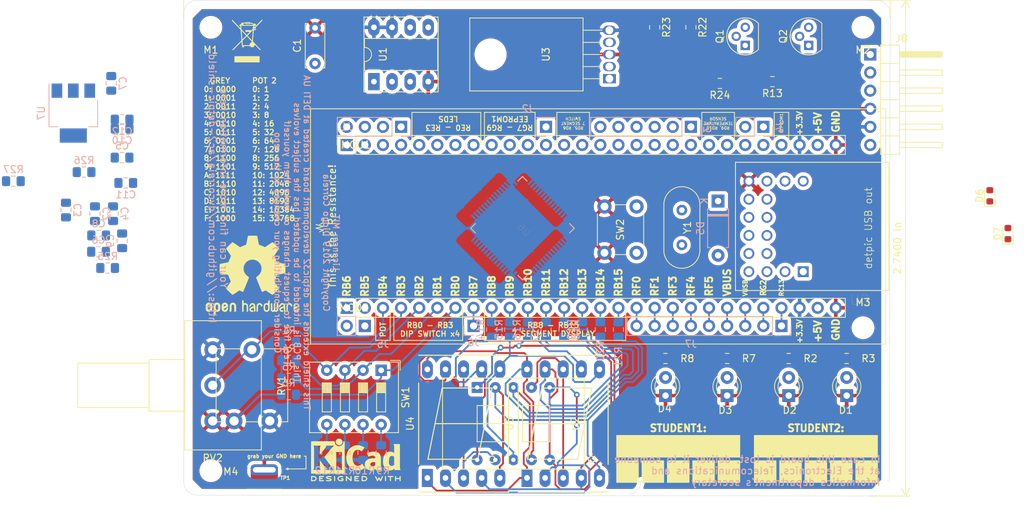
<source format=kicad_pcb>
(kicad_pcb (version 20171130) (host pcbnew "(5.1.0-0)")
  (layers (0 F.Cu signal) (31 B.Cu signal) (34 B.Paste user) (35 F.Paste user) (36 B.SilkS user) (37 F.SilkS user hide) (38 B.Mask user) (39 F.Mask user) (44 Edge.Cuts user))
  (net 0 "")
  (net 1 "Net-(C1-Pad1)")
  (net 2 GND)
  (net 3 "Net-(D1-Pad2)")
  (net 4 "Net-(D2-Pad2)")
  (net 5 "Net-(D3-Pad2)")
  (net 6 "Net-(D4-Pad2)")
  (net 7 /RE7)
  (net 8 /RE6)
  (net 9 /RE5)
  (net 10 /RE4)
  (net 11 /RE3)
  (net 12 /RE2)
  (net 13 /RE1)
  (net 14 /RE0)
  (net 15 /RG7)
  (net 16 /RG8)
  (net 17 /RG9)
  (net 18 /RD7)
  (net 19 /RD6)
  (net 20 /RD5)
  (net 21 /RD4)
  (net 22 /RD3)
  (net 23 /RD2)
  (net 24 /RD1)
  (net 25 /RD0)
  (net 26 /RD11)
  (net 27 /RD10)
  (net 28 /RD9)
  (net 29 /RD8)
  (net 30 /RG3)
  (net 31 /RG6)
  (net 32 /+3.3V)
  (net 33 /RC13)
  (net 34 /RG2)
  (net 35 /VUSB)
  (net 36 /VBUS)
  (net 37 /RF5)
  (net 38 /RF4)
  (net 39 /RF3)
  (net 40 /RF1)
  (net 41 /RF0)
  (net 42 /RB15)
  (net 43 /RB14)
  (net 44 /RB13)
  (net 45 /RB12)
  (net 46 /RB11)
  (net 47 /RB10)
  (net 48 /RB9)
  (net 49 /RB8)
  (net 50 /RB0)
  (net 51 /RB1)
  (net 52 /RB2)
  (net 53 /RB3)
  (net 54 /RB4)
  (net 55 /RB5)
  (net 56 "Net-(Q1-Pad3)")
  (net 57 "Net-(R9-Pad2)")
  (net 58 "Net-(R10-Pad2)")
  (net 59 "Net-(R11-Pad2)")
  (net 60 "Net-(R12-Pad2)")
  (net 61 /7C1)
  (net 62 /7C2)
  (net 63 /7A)
  (net 64 /7B)
  (net 65 /7C)
  (net 66 /7D)
  (net 67 /7E)
  (net 68 /7F)
  (net 69 /7G)
  (net 70 /7DP)
  (net 71 /+5V_EXT)
  (net 72 /VCAP)
  (net 73 /RC15)
  (net 74 /RC12)
  (net 75 /+5V_USB)
  (net 76 "Net-(D6-Pad2)")
  (net 77 "Net-(D7-Pad2)")
  (net 78 /PGC)
  (net 79 /PGD)
  (net 80 "Net-(J8-Pad1)")
  (net 81 /MCLR)
  (net 82 "Net-(R25-Pad1)")
  (net 83 "Net-(U6-Pad48)")
  (net 84 "Net-(U8-Pad1)")
  (net 85 "Net-(U8-Pad3)")
  (net 86 "Net-(U8-Pad6)")
  (net 87 "Net-(U8-Pad8)")
  (net 88 "Net-(U8-Pad9)")
  (net 89 "Net-(U8-Pad10)")
  (net 90 "Net-(U8-Pad11)")
  (net 91 "Net-(U8-Pad12)")
  (net 92 "Net-(U8-Pad14)")
  (module Display_7Segment:7SegmentLED_LTS6760_LTS6780 (layer F.Cu) (at 161.163 92.456 90)
    (fp_text reference U4 (at 7.62 -2.42 90) (layer F.SilkS))
    (fp_text value KCSA02-107)
    (pad 10 thru_hole oval (at 15.24 0) (size 1.524 2.524) (drill 0.8) (layers *.Cu *.Mask) (net 69 /7G))
    (pad 9 thru_hole oval (at 15.24 2.54) (size 1.524 2.524) (drill 0.8) (layers *.Cu *.Mask) (net 68 /7F))
    (pad 8 thru_hole oval (at 15.24 5.08) (size 1.524 2.524) (drill 0.8) (layers *.Cu *.Mask) (net 61 /7C1))
    (pad 7 thru_hole oval (at 15.24 7.62) (size 1.524 2.524) (drill 0.8) (layers *.Cu *.Mask) (net 63 /7A))
    (pad 6 thru_hole oval (at 15.24 10.16) (size 1.524 2.524) (drill 0.8) (layers *.Cu *.Mask) (net 64 /7B))
    (pad 5 thru_hole oval (at 0 10.16) (size 1.524 2.524) (drill 0.8) (layers *.Cu *.Mask) (net 70 /7DP))
    (pad 4 thru_hole oval (at 0 7.62) (size 1.524 2.524) (drill 0.8) (layers *.Cu *.Mask) (net 65 /7C))
    (pad 3 thru_hole oval (at 0 5.08) (size 1.524 2.524) (drill 0.8) (layers *.Cu *.Mask) (net 61 /7C1))
    (pad 2 thru_hole oval (at 0 2.54) (size 1.524 2.524) (drill 0.8) (layers *.Cu *.Mask) (net 66 /7D))
    (pad 1 thru_hole rect (at 0 0) (size 1.524 2.524) (drill 0.8) (layers *.Cu *.Mask) (net 67 /7E))
  )
  (module TestPoint:TestPoint_Pad_2.5x2.5mm (layer F.Cu) (at 138.303 92.583)
    (fp_text reference TP1 (at 2.921 -0.127) (layer F.SilkS) (effects (font (size 0.5 0.5) (thickness 0.125))))
    (fp_text value "Test Point GND")
    (pad 1 smd rect (at 0 0) (size 3.81 2.5) (layers F.Cu F.Mask) (net 2 GND))
    (pad 1 thru_hole roundrect (at 0 -1.27) (size 3.81 1.524) (drill oval 3.2 0.762) (layers *.Cu *.Mask) (roundrect_rratio 0.35) (net 2 GND))
  )
  (module Symbol:KiCad-Logo2_5mm_SilkScreen (layer F.Cu) (at 151.13 89.916)
    (fp_text reference REF3 hide)
    (fp_text value KiCad-Logo2_5mm_SilkScreen hide)
  )
  (module Symbol:OSHW-Logo2_14.6x12mm_SilkScreen (layer F.Cu) (at 136.652 64.008)
    (fp_text reference REF2 hide)
    (fp_text value OSHW-Logo2_14.6x12mm_SilkScreen hide)
  )
  (module Symbol:WEEE-Logo_4.2x6mm_SilkScreen (layer F.Cu) (at 135.89 31.115)
    (fp_text reference REF1 hide)
    (fp_text value WEEE-Logo_4.2x6mm_SilkScreen hide)
  )
  (module MountingHole:MountingHole_2.2mm_M2 (layer F.Cu) (at 222.25 71.374)
    (fp_text reference M3 (at 0 -3.556 180) (layer F.SilkS))
    (fp_text value MountingHole_2.2mm_M2)
    (pad 1 np_thru_hole circle (at 0 0) (size 2.2 2.2) (drill 2.2) (layers *.Cu *.Mask))
  )
  (module MountingHole:MountingHole_2.2mm_M2 (layer F.Cu) (at 130.81 91.44)
    (fp_text reference M4 (at 2.794 0.127) (layer F.SilkS))
    (fp_text value MountingHole_2.2mm_M2)
    (pad 1 np_thru_hole circle (at 0 0) (size 2.2 2.2) (drill 2.2) (layers *.Cu *.Mask))
  )
  (module MountingHole:MountingHole_2.2mm_M2 (layer F.Cu) (at 222.25 29.21)
    (fp_text reference M2 (at 0 3.175) (layer F.SilkS))
    (fp_text value M2)
    (pad 1 np_thru_hole circle (at 0 0) (size 2.2 2.2) (drill 2.2) (layers *.Cu *.Mask))
  )
  (module MountingHole:MountingHole_2.2mm_M2 (layer F.Cu) (at 130.81 29.21)
    (fp_text reference M1 (at 0 3.175) (layer F.SilkS))
    (fp_text value M1)
    (pad 1 np_thru_hole circle (at 0 0) (size 2.2 2.2) (drill 2.2) (layers *.Cu *.Mask))
  )
  (module LED_THT:LED_D3.0mm (layer F.Cu) (at 219.964 80.899 90)
    (fp_text reference D1 (at -2.032 -0.127 180) (layer F.SilkS))
    (fp_text value LED)
    (pad 2 thru_hole circle (at 2.54 0 90) (size 1.8 1.8) (drill 0.9) (layers *.Cu *.Mask) (net 3 "Net-(D1-Pad2)"))
    (pad 1 thru_hole rect (at 0 0 90) (size 1.8 1.8) (drill 0.9) (layers *.Cu *.Mask) (net 2 GND))
  )
  (module LED_THT:LED_D3.0mm (layer F.Cu) (at 211.836 80.899 90)
    (fp_text reference D2 (at -2.032 0.127 180) (layer F.SilkS))
    (fp_text value LED)
    (pad 1 thru_hole rect (at 0 0 90) (size 1.8 1.8) (drill 0.9) (layers *.Cu *.Mask) (net 2 GND))
    (pad 2 thru_hole circle (at 2.54 0 90) (size 1.8 1.8) (drill 0.9) (layers *.Cu *.Mask) (net 4 "Net-(D2-Pad2)"))
  )
  (module LED_THT:LED_D3.0mm (layer F.Cu) (at 203.2 80.899 90)
    (fp_text reference D3 (at -2.032 -0.254 180) (layer F.SilkS))
    (fp_text value LED)
    (pad 1 thru_hole rect (at 0 0 90) (size 1.8 1.8) (drill 0.9) (layers *.Cu *.Mask) (net 2 GND))
    (pad 2 thru_hole circle (at 2.54 0 90) (size 1.8 1.8) (drill 0.9) (layers *.Cu *.Mask) (net 5 "Net-(D3-Pad2)"))
  )
  (module LED_THT:LED_D3.0mm (layer F.Cu) (at 194.564 80.899 90)
    (fp_text reference D4 (at -1.817 -0.127 180) (layer F.SilkS))
    (fp_text value LED)
    (pad 2 thru_hole circle (at 2.54 0 90) (size 1.8 1.8) (drill 0.9) (layers *.Cu *.Mask) (net 6 "Net-(D4-Pad2)"))
    (pad 1 thru_hole rect (at 0 0 90) (size 1.8 1.8) (drill 0.9) (layers *.Cu *.Mask) (net 2 GND))
  )
  (module Package_TO_SOT_THT:TO-92 (layer F.Cu) (at 205.74 31.75 90)
    (fp_text reference Q1 (at 1.27 -3.56 90) (layer F.SilkS))
    (fp_text value VN2222)
    (pad 2 thru_hole circle (at 1.27 -1.27 180) (size 1.3 1.3) (drill 0.75) (layers *.Cu *.Mask) (net 19 /RD6))
    (pad 3 thru_hole circle (at 2.54 0 180) (size 1.3 1.3) (drill 0.75) (layers *.Cu *.Mask) (net 56 "Net-(Q1-Pad3)"))
    (pad 1 thru_hole rect (at 0 0 180) (size 1.3 1.3) (drill 0.75) (layers *.Cu *.Mask) (net 61 /7C1))
  )
  (module Package_TO_SOT_THT:TO-92 (layer F.Cu) (at 214.63 31.75 90)
    (fp_text reference Q2 (at 1.27 -3.56 90) (layer F.SilkS))
    (fp_text value VN2222)
    (pad 1 thru_hole rect (at 0 0 180) (size 1.3 1.3) (drill 0.75) (layers *.Cu *.Mask) (net 62 /7C2))
    (pad 3 thru_hole circle (at 2.54 0 180) (size 1.3 1.3) (drill 0.75) (layers *.Cu *.Mask) (net 56 "Net-(Q1-Pad3)"))
    (pad 2 thru_hole circle (at 1.27 -1.27 180) (size 1.3 1.3) (drill 0.75) (layers *.Cu *.Mask) (net 20 /RD5))
  )
  (module Button_Switch_THT:SW_DIP_SPSTx04_Slide_9.78x12.34mm_W7.62mm_P2.54mm (layer F.Cu) (at 154.686 77.343 270)
    (fp_text reference SW1 (at 3.81 -3.42 270) (layer F.SilkS))
    (fp_text value SW_DIP_x04)
    (pad 1 thru_hole rect (at 0 0 270) (size 1.6 1.6) (drill 0.8) (layers *.Cu *.Mask) (net 50 /RB0))
    (pad 5 thru_hole oval (at 7.62 7.62 270) (size 1.6 1.6) (drill 0.8) (layers *.Cu *.Mask) (net 60 "Net-(R12-Pad2)"))
    (pad 2 thru_hole oval (at 0 2.54 270) (size 1.6 1.6) (drill 0.8) (layers *.Cu *.Mask) (net 51 /RB1))
    (pad 6 thru_hole oval (at 7.62 5.08 270) (size 1.6 1.6) (drill 0.8) (layers *.Cu *.Mask) (net 59 "Net-(R11-Pad2)"))
    (pad 3 thru_hole oval (at 0 5.08 270) (size 1.6 1.6) (drill 0.8) (layers *.Cu *.Mask) (net 52 /RB2))
    (pad 7 thru_hole oval (at 7.62 2.54 270) (size 1.6 1.6) (drill 0.8) (layers *.Cu *.Mask) (net 58 "Net-(R10-Pad2)"))
    (pad 4 thru_hole oval (at 0 7.62 270) (size 1.6 1.6) (drill 0.8) (layers *.Cu *.Mask) (net 53 /RB3))
    (pad 8 thru_hole oval (at 7.62 0 270) (size 1.6 1.6) (drill 0.8) (layers *.Cu *.Mask) (net 57 "Net-(R9-Pad2)"))
  )
  (module Package_DIP:DIP-8_W7.62mm_Socket_LongPads (layer F.Cu) (at 153.67 36.83 90)
    (fp_text reference U1 (at 3.81 1.27 90) (layer F.SilkS))
    (fp_text value 25LC040A)
    (pad 1 thru_hole rect (at 0 0 90) (size 2.4 1.6) (drill 0.8) (layers *.Cu *.Mask) (net 17 /RG9))
    (pad 5 thru_hole oval (at 7.62 7.62 90) (size 2.4 1.6) (drill 0.8) (layers *.Cu *.Mask) (net 16 /RG8))
    (pad 2 thru_hole oval (at 0 2.54 90) (size 2.4 1.6) (drill 0.8) (layers *.Cu *.Mask) (net 15 /RG7))
    (pad 6 thru_hole oval (at 7.62 5.08 90) (size 2.4 1.6) (drill 0.8) (layers *.Cu *.Mask) (net 31 /RG6))
    (pad 3 thru_hole oval (at 0 5.08 90) (size 2.4 1.6) (drill 0.8) (layers *.Cu *.Mask) (net 1 "Net-(C1-Pad1)"))
    (pad 7 thru_hole oval (at 7.62 2.54 90) (size 2.4 1.6) (drill 0.8) (layers *.Cu *.Mask) (net 32 /+3.3V))
    (pad 4 thru_hole oval (at 0 7.62 90) (size 2.4 1.6) (drill 0.8) (layers *.Cu *.Mask) (net 2 GND))
    (pad 8 thru_hole oval (at 7.62 0 90) (size 2.4 1.6) (drill 0.8) (layers *.Cu *.Mask) (net 32 /+3.3V))
  )
  (module LTD-4708JR:LTD-4708JR (layer F.Cu) (at 173.228 84.836)
    (fp_text reference U2 (at 8.636 0 270) (layer F.SilkS))
    (fp_text value LTD-4708JR)
    (pad 10 thru_hole circle (at -5.08 5.08) (size 1.524 1.524) (drill 0.61) (layers *.Cu *.Mask) (net 63 /7A))
    (pad 9 thru_hole circle (at -2.54 5.08) (size 1.524 1.524) (drill 0.61) (layers *.Cu *.Mask) (net 61 /7C1))
    (pad 8 thru_hole circle (at 0 5.08) (size 1.524 1.524) (drill 0.61) (layers *.Cu *.Mask) (net 64 /7B))
    (pad 7 thru_hole circle (at 2.54 5.08) (size 1.524 1.524) (drill 0.61) (layers *.Cu *.Mask) (net 69 /7G))
    (pad 6 thru_hole circle (at 5.08 5.08) (size 1.524 1.524) (drill 0.61) (layers *.Cu *.Mask) (net 68 /7F))
    (pad 5 thru_hole circle (at 5.08 -5.08) (size 1.524 1.524) (drill 0.61) (layers *.Cu *.Mask) (net 66 /7D))
    (pad 4 thru_hole circle (at 2.54 -5.08) (size 1.524 1.524) (drill 0.61) (layers *.Cu *.Mask) (net 62 /7C2))
    (pad 3 thru_hole circle (at 0 -5.08) (size 1.524 1.524) (drill 0.61) (layers *.Cu *.Mask) (net 67 /7E))
    (pad 2 thru_hole circle (at -2.54 -5.08) (size 1.524 1.524) (drill 0.61) (layers *.Cu *.Mask) (net 70 /7DP))
    (pad 1 thru_hole rect (at -5.08 -5.08) (size 1.524 1.524) (drill 0.61) (layers *.Cu *.Mask) (net 65 /7C))
  )
  (module Package_TO_SOT_THT:TO-220-5_Horizontal_TabDown (layer F.Cu) (at 186.69 36.42 90)
    (fp_text reference U3 (at 3.4 -8.89 90) (layer F.SilkS))
    (fp_text value TC74)
    (pad "" np_thru_hole oval (at 3.4 -16.66 90) (size 3.5 3.5) (drill 3.5) (layers *.Cu *.Mask))
    (pad 1 thru_hole rect (at 0 0 90) (size 1.275 1.8) (drill 1.1) (layers *.Cu *.Mask))
    (pad 2 thru_hole oval (at 1.7 0 90) (size 1.275 1.8) (drill 1.1) (layers *.Cu *.Mask) (net 28 /RD9))
    (pad 3 thru_hole oval (at 3.4 0 90) (size 1.275 1.8) (drill 1.1) (layers *.Cu *.Mask) (net 2 GND))
    (pad 4 thru_hole oval (at 5.1 0 90) (size 1.275 1.8) (drill 1.1) (layers *.Cu *.Mask) (net 27 /RD10))
    (pad 5 thru_hole oval (at 6.8 0 90) (size 1.275 1.8) (drill 1.1) (layers *.Cu *.Mask) (net 32 /+3.3V))
  )
  (module Connector_PinSocket_2.54mm:PinSocket_1x28_P2.54mm_Vertical (layer F.Cu) (at 149.86 45.72 90)
    (fp_text reference MCU1 (at 0 1.27 180) (layer F.SilkS))
    (fp_text value "CN1(DETPIC32)")
    (pad 1 thru_hole rect (at 0 0 90) (size 1.7 1.7) (drill 1) (layers *.Cu *.Mask) (net 7 /RE7))
    (pad 2 thru_hole oval (at 0 2.54 90) (size 1.7 1.7) (drill 1) (layers *.Cu *.Mask) (net 8 /RE6))
    (pad 3 thru_hole oval (at 0 5.08 90) (size 1.7 1.7) (drill 1) (layers *.Cu *.Mask) (net 9 /RE5))
    (pad 4 thru_hole oval (at 0 7.62 90) (size 1.7 1.7) (drill 1) (layers *.Cu *.Mask) (net 10 /RE4))
    (pad 5 thru_hole oval (at 0 10.16 90) (size 1.7 1.7) (drill 1) (layers *.Cu *.Mask) (net 11 /RE3))
    (pad 6 thru_hole oval (at 0 12.7 90) (size 1.7 1.7) (drill 1) (layers *.Cu *.Mask) (net 12 /RE2))
    (pad 7 thru_hole oval (at 0 15.24 90) (size 1.7 1.7) (drill 1) (layers *.Cu *.Mask) (net 13 /RE1))
    (pad 8 thru_hole oval (at 0 17.78 90) (size 1.7 1.7) (drill 1) (layers *.Cu *.Mask) (net 14 /RE0))
    (pad 9 thru_hole oval (at 0 20.32 90) (size 1.7 1.7) (drill 1) (layers *.Cu *.Mask) (net 15 /RG7))
    (pad 10 thru_hole oval (at 0 22.86 90) (size 1.7 1.7) (drill 1) (layers *.Cu *.Mask) (net 16 /RG8))
    (pad 11 thru_hole oval (at 0 25.4 90) (size 1.7 1.7) (drill 1) (layers *.Cu *.Mask) (net 17 /RG9))
    (pad 12 thru_hole oval (at 0 27.94 90) (size 1.7 1.7) (drill 1) (layers *.Cu *.Mask) (net 18 /RD7))
    (pad 13 thru_hole oval (at 0 30.48 90) (size 1.7 1.7) (drill 1) (layers *.Cu *.Mask) (net 19 /RD6))
    (pad 14 thru_hole oval (at 0 33.02 90) (size 1.7 1.7) (drill 1) (layers *.Cu *.Mask) (net 20 /RD5))
    (pad 15 thru_hole oval (at 0 35.56 90) (size 1.7 1.7) (drill 1) (layers *.Cu *.Mask) (net 21 /RD4))
    (pad 16 thru_hole oval (at 0 38.1 90) (size 1.7 1.7) (drill 1) (layers *.Cu *.Mask) (net 22 /RD3))
    (pad 17 thru_hole oval (at 0 40.64 90) (size 1.7 1.7) (drill 1) (layers *.Cu *.Mask) (net 23 /RD2))
    (pad 18 thru_hole oval (at 0 43.18 90) (size 1.7 1.7) (drill 1) (layers *.Cu *.Mask) (net 24 /RD1))
    (pad 19 thru_hole oval (at 0 45.72 90) (size 1.7 1.7) (drill 1) (layers *.Cu *.Mask) (net 25 /RD0))
    (pad 20 thru_hole oval (at 0 48.26 90) (size 1.7 1.7) (drill 1) (layers *.Cu *.Mask) (net 26 /RD11))
    (pad 21 thru_hole oval (at 0 50.8 90) (size 1.7 1.7) (drill 1) (layers *.Cu *.Mask) (net 27 /RD10))
    (pad 22 thru_hole oval (at 0 53.34 90) (size 1.7 1.7) (drill 1) (layers *.Cu *.Mask) (net 28 /RD9))
    (pad 23 thru_hole oval (at 0 55.88 90) (size 1.7 1.7) (drill 1) (layers *.Cu *.Mask) (net 29 /RD8))
    (pad 24 thru_hole oval (at 0 58.42 90) (size 1.7 1.7) (drill 1) (layers *.Cu *.Mask) (net 30 /RG3))
    (pad 25 thru_hole oval (at 0 60.96 90) (size 1.7 1.7) (drill 1) (layers *.Cu *.Mask) (net 31 /RG6))
    (pad 26 thru_hole oval (at 0 63.5 90) (size 1.7 1.7) (drill 1) (layers *.Cu *.Mask) (net 32 /+3.3V))
    (pad 27 thru_hole oval (at 0 66.04 90) (size 1.7 1.7) (drill 1) (layers *.Cu *.Mask) (net 71 /+5V_EXT))
    (pad 28 thru_hole oval (at 0 68.58 90) (size 1.7 1.7) (drill 1) (layers *.Cu *.Mask) (net 2 GND))
  )
  (module Connector_PinSocket_2.54mm:PinSocket_1x28_P2.54mm_Vertical (layer F.Cu) (at 149.86 68.58 90)
    (fp_text reference MCU2 (at 0 1.016 180) (layer F.SilkS))
    (fp_text value "CN2(DETPIC32)")
    (pad 28 thru_hole oval (at 0 68.58 90) (size 1.7 1.7) (drill 1) (layers *.Cu *.Mask) (net 2 GND))
    (pad 27 thru_hole oval (at 0 66.04 90) (size 1.7 1.7) (drill 1) (layers *.Cu *.Mask) (net 71 /+5V_EXT))
    (pad 26 thru_hole oval (at 0 63.5 90) (size 1.7 1.7) (drill 1) (layers *.Cu *.Mask) (net 32 /+3.3V))
    (pad 25 thru_hole oval (at 0 60.96 90) (size 1.7 1.7) (drill 1) (layers *.Cu *.Mask) (net 33 /RC13))
    (pad 24 thru_hole oval (at 0 58.42 90) (size 1.7 1.7) (drill 1) (layers *.Cu *.Mask) (net 34 /RG2))
    (pad 23 thru_hole oval (at 0 55.88 90) (size 1.7 1.7) (drill 1) (layers *.Cu *.Mask) (net 35 /VUSB))
    (pad 22 thru_hole oval (at 0 53.34 90) (size 1.7 1.7) (drill 1) (layers *.Cu *.Mask) (net 36 /VBUS))
    (pad 21 thru_hole oval (at 0 50.8 90) (size 1.7 1.7) (drill 1) (layers *.Cu *.Mask) (net 37 /RF5))
    (pad 20 thru_hole oval (at 0 48.26 90) (size 1.7 1.7) (drill 1) (layers *.Cu *.Mask) (net 38 /RF4))
    (pad 19 thru_hole oval (at 0 45.72 90) (size 1.7 1.7) (drill 1) (layers *.Cu *.Mask) (net 39 /RF3))
    (pad 18 thru_hole oval (at 0 43.18 90) (size 1.7 1.7) (drill 1) (layers *.Cu *.Mask) (net 40 /RF1))
    (pad 17 thru_hole oval (at 0 40.64 90) (size 1.7 1.7) (drill 1) (layers *.Cu *.Mask) (net 41 /RF0))
    (pad 16 thru_hole oval (at 0 38.1 90) (size 1.7 1.7) (drill 1) (layers *.Cu *.Mask) (net 42 /RB15))
    (pad 15 thru_hole oval (at 0 35.56 90) (size 1.7 1.7) (drill 1) (layers *.Cu *.Mask) (net 43 /RB14))
    (pad 14 thru_hole oval (at 0 33.02 90) (size 1.7 1.7) (drill 1) (layers *.Cu *.Mask) (net 44 /RB13))
    (pad 13 thru_hole oval (at 0 30.48 90) (size 1.7 1.7) (drill 1) (layers *.Cu *.Mask) (net 45 /RB12))
    (pad 12 thru_hole oval (at 0 27.94 90) (size 1.7 1.7) (drill 1) (layers *.Cu *.Mask) (net 46 /RB11))
    (pad 11 thru_hole oval (at 0 25.4 90) (size 1.7 1.7) (drill 1) (layers *.Cu *.Mask) (net 47 /RB10))
    (pad 10 thru_hole oval (at 0 22.86 90) (size 1.7 1.7) (drill 1) (layers *.Cu *.Mask) (net 48 /RB9))
    (pad 9 thru_hole oval (at 0 20.32 90) (size 1.7 1.7) (drill 1) (layers *.Cu *.Mask) (net 49 /RB8))
    (pad 8 thru_hole oval (at 0 17.78 90) (size 1.7 1.7) (drill 1) (layers *.Cu *.Mask) (net 79 /PGD))
    (pad 7 thru_hole oval (at 0 15.24 90) (size 1.7 1.7) (drill 1) (layers *.Cu *.Mask) (net 50 /RB0))
    (pad 6 thru_hole oval (at 0 12.7 90) (size 1.7 1.7) (drill 1) (layers *.Cu *.Mask) (net 51 /RB1))
    (pad 5 thru_hole oval (at 0 10.16 90) (size 1.7 1.7) (drill 1) (layers *.Cu *.Mask) (net 52 /RB2))
    (pad 4 thru_hole oval (at 0 7.62 90) (size 1.7 1.7) (drill 1) (layers *.Cu *.Mask) (net 53 /RB3))
    (pad 3 thru_hole oval (at 0 5.08 90) (size 1.7 1.7) (drill 1) (layers *.Cu *.Mask) (net 54 /RB4))
    (pad 2 thru_hole oval (at 0 2.54 90) (size 1.7 1.7) (drill 1) (layers *.Cu *.Mask) (net 55 /RB5))
    (pad 1 thru_hole rect (at 0 0 90) (size 1.7 1.7) (drill 1) (layers *.Cu *.Mask) (net 78 /PGC))
  )
  (module Connector_PinHeader_2.54mm:PinHeader_1x04_P2.54mm_Vertical (layer B.Cu) (at 157.48 43.18 90)
    (fp_text reference J1 (at 0 -7.62 -180) (layer B.SilkS) (effects (justify mirror)))
    (fp_text value HEADER)
    (pad 1 thru_hole rect (at 0 0 90) (size 1.7 1.7) (drill 1) (layers *.Cu *.Mask) (net 10 /RE4))
    (pad 2 thru_hole oval (at 0 -2.54 90) (size 1.7 1.7) (drill 1) (layers *.Cu *.Mask) (net 9 /RE5))
    (pad 3 thru_hole oval (at 0 -5.08 90) (size 1.7 1.7) (drill 1) (layers *.Cu *.Mask) (net 8 /RE6))
    (pad 4 thru_hole oval (at 0 -7.62 90) (size 1.7 1.7) (drill 1) (layers *.Cu *.Mask) (net 7 /RE7))
  )
  (module Connector_PinHeader_2.54mm:PinHeader_1x01_P2.54mm_Vertical (layer B.Cu) (at 177.8 43.18)
    (fp_text reference J2 (at -2.54 -2.54) (layer B.SilkS) (effects (justify mirror)))
    (fp_text value HEADER)
    (pad 1 thru_hole rect (at 0 0) (size 1.7 1.7) (drill 1) (layers *.Cu *.Mask) (net 18 /RD7))
  )
  (module Connector_PinHeader_2.54mm:PinHeader_1x02_P2.54mm_Vertical (layer B.Cu) (at 208.28 43.18 90)
    (fp_text reference J4 (at 0 2.33 90) (layer B.SilkS) (effects (justify mirror)))
    (fp_text value HEADER)
    (pad 1 thru_hole rect (at 0 0 90) (size 1.7 1.7) (drill 1) (layers *.Cu *.Mask) (net 30 /RG3))
    (pad 2 thru_hole oval (at 0 -2.54 90) (size 1.7 1.7) (drill 1) (layers *.Cu *.Mask) (net 29 /RD8))
  )
  (module Connector_PinHeader_2.54mm:PinHeader_1x02_P2.54mm_Vertical (layer B.Cu) (at 152.4 71.12 90)
    (fp_text reference J5 (at -2.54 2.54) (layer B.SilkS) (effects (justify mirror)))
    (fp_text value HEADER)
    (pad 2 thru_hole oval (at 0 -2.54 90) (size 1.7 1.7) (drill 1) (layers *.Cu *.Mask) (net 78 /PGC))
    (pad 1 thru_hole rect (at 0 0 90) (size 1.7 1.7) (drill 1) (layers *.Cu *.Mask) (net 55 /RB5))
  )
  (module Connector_PinHeader_2.54mm:PinHeader_1x01_P2.54mm_Vertical (layer B.Cu) (at 167.64 71.12)
    (fp_text reference J6 (at 0 2.33) (layer B.SilkS) (effects (justify mirror)))
    (fp_text value HEADER)
    (pad 1 thru_hole rect (at 0 0) (size 1.7 1.7) (drill 1) (layers *.Cu *.Mask) (net 79 /PGD))
  )
  (module Connector_PinHeader_2.54mm:PinHeader_1x09_P2.54mm_Vertical (layer B.Cu) (at 210.82 71.12 90)
    (fp_text reference J7 (at -2.54 -12.7) (layer B.SilkS) (effects (justify mirror)))
    (fp_text value HEADER)
    (pad 1 thru_hole rect (at 0 0 90) (size 1.7 1.7) (drill 1) (layers *.Cu *.Mask) (net 33 /RC13))
    (pad 2 thru_hole oval (at 0 -2.54 90) (size 1.7 1.7) (drill 1) (layers *.Cu *.Mask) (net 34 /RG2))
    (pad 3 thru_hole oval (at 0 -5.08 90) (size 1.7 1.7) (drill 1) (layers *.Cu *.Mask) (net 35 /VUSB))
    (pad 4 thru_hole oval (at 0 -7.62 90) (size 1.7 1.7) (drill 1) (layers *.Cu *.Mask) (net 36 /VBUS))
    (pad 5 thru_hole oval (at 0 -10.16 90) (size 1.7 1.7) (drill 1) (layers *.Cu *.Mask) (net 37 /RF5))
    (pad 6 thru_hole oval (at 0 -12.7 90) (size 1.7 1.7) (drill 1) (layers *.Cu *.Mask) (net 38 /RF4))
    (pad 7 thru_hole oval (at 0 -15.24 90) (size 1.7 1.7) (drill 1) (layers *.Cu *.Mask) (net 39 /RF3))
    (pad 8 thru_hole oval (at 0 -17.78 90) (size 1.7 1.7) (drill 1) (layers *.Cu *.Mask) (net 40 /RF1))
    (pad 9 thru_hole oval (at 0 -20.32 90) (size 1.7 1.7) (drill 1) (layers *.Cu *.Mask) (net 41 /RF0))
  )
  (module Connector_PinHeader_2.54mm:PinHeader_1x06_P2.54mm_Vertical (layer B.Cu) (at 198.12 43.18 90)
    (fp_text reference J3 (at 0 2.33 90) (layer B.SilkS) (effects (justify mirror)))
    (fp_text value HEADER)
    (pad 1 thru_hole rect (at 0 0 90) (size 1.7 1.7) (drill 1) (layers *.Cu *.Mask) (net 26 /RD11))
    (pad 2 thru_hole oval (at 0 -2.54 90) (size 1.7 1.7) (drill 1) (layers *.Cu *.Mask) (net 25 /RD0))
    (pad 3 thru_hole oval (at 0 -5.08 90) (size 1.7 1.7) (drill 1) (layers *.Cu *.Mask) (net 24 /RD1))
    (pad 4 thru_hole oval (at 0 -7.62 90) (size 1.7 1.7) (drill 1) (layers *.Cu *.Mask) (net 23 /RD2))
    (pad 5 thru_hole oval (at 0 -10.16 90) (size 1.7 1.7) (drill 1) (layers *.Cu *.Mask) (net 22 /RD3))
    (pad 6 thru_hole oval (at 0 -12.7 90) (size 1.7 1.7) (drill 1) (layers *.Cu *.Mask) (net 21 /RD4))
  )
  (module Potentiometer_THT:Potentiometer_ACP_CA9-V10_Vertical (layer F.Cu) (at 139.065 84.455 90)
    (fp_text reference RV1 (at 4.953 1.651 90) (layer F.SilkS))
    (fp_text value 10k)
    (pad 3 thru_hole circle (at 0 -5 90) (size 2.34 2.34) (drill 1.3) (layers *.Cu *.Mask) (net 2 GND))
    (pad 2 thru_hole circle (at 10 -2.5 90) (size 2.34 2.34) (drill 1.3) (layers *.Cu *.Mask) (net 54 /RB4))
    (pad 1 thru_hole circle (at 0 0 90) (size 2.34 2.34) (drill 1.3) (layers *.Cu *.Mask) (net 32 /+3.3V))
  )
  (module Display_7Segment:7SegmentLED_LTS6760_LTS6780 (layer F.Cu) (at 175.133 92.456 90)
    (fp_text reference U5 (at 7.62 -2.42 90) (layer F.SilkS))
    (fp_text value KCSA02-107)
    (pad 1 thru_hole rect (at 0 0) (size 1.524 2.524) (drill 0.8) (layers *.Cu *.Mask) (net 67 /7E))
    (pad 2 thru_hole oval (at 0 2.54) (size 1.524 2.524) (drill 0.8) (layers *.Cu *.Mask) (net 66 /7D))
    (pad 3 thru_hole oval (at 0 5.08) (size 1.524 2.524) (drill 0.8) (layers *.Cu *.Mask) (net 62 /7C2))
    (pad 4 thru_hole oval (at 0 7.62) (size 1.524 2.524) (drill 0.8) (layers *.Cu *.Mask) (net 65 /7C))
    (pad 5 thru_hole oval (at 0 10.16) (size 1.524 2.524) (drill 0.8) (layers *.Cu *.Mask) (net 70 /7DP))
    (pad 6 thru_hole oval (at 15.24 10.16) (size 1.524 2.524) (drill 0.8) (layers *.Cu *.Mask) (net 64 /7B))
    (pad 7 thru_hole oval (at 15.24 7.62) (size 1.524 2.524) (drill 0.8) (layers *.Cu *.Mask) (net 63 /7A))
    (pad 8 thru_hole oval (at 15.24 5.08) (size 1.524 2.524) (drill 0.8) (layers *.Cu *.Mask) (net 62 /7C2))
    (pad 9 thru_hole oval (at 15.24 2.54) (size 1.524 2.524) (drill 0.8) (layers *.Cu *.Mask) (net 68 /7F))
    (pad 10 thru_hole oval (at 15.24 0) (size 1.524 2.524) (drill 0.8) (layers *.Cu *.Mask) (net 69 /7G))
  )
  (module Potentiometer_THT:Potentiometer_Alps_RK163_Single_Horizontal (layer F.Cu) (at 131.064 74.455 180)
    (fp_text reference RV2 (at 0 -15.2 180) (layer F.SilkS))
    (fp_text value 10k)
    (pad 3 thru_hole circle (at 0 -10 180) (size 2.34 2.34) (drill 1.3) (layers *.Cu *.Mask) (net 2 GND))
    (pad 2 thru_hole circle (at 0 -5 180) (size 2.34 2.34) (drill 1.3) (layers *.Cu *.Mask) (net 54 /RB4))
    (pad 1 thru_hole circle (at 0 0 180) (size 2.34 2.34) (drill 1.3) (layers *.Cu *.Mask) (net 32 /+3.3V))
  )
  (module Capacitor_THT:C_Disc_D6.0mm_W2.5mm_P5.00mm (layer F.Cu) (at 145.415 34.29 90)
    (fp_text reference C1 (at 2.5 -2.5 90) (layer F.SilkS))
    (fp_text value 100nF)
    (pad 1 thru_hole circle (at 0 0 90) (size 1.6 1.6) (drill 0.8) (layers *.Cu *.Mask) (net 1 "Net-(C1-Pad1)"))
    (pad 2 thru_hole circle (at 5 0 90) (size 1.6 1.6) (drill 0.8) (layers *.Cu *.Mask) (net 2 GND))
  )
  (module Capacitor_SMD:C_0805_2012Metric_Pad1.15x1.40mm_HandSolder (layer B.Cu) (at 114.554 55.363 90)
    (fp_text reference C2 (at 0 1.65 90) (layer B.SilkS) (effects (justify mirror)))
    (fp_text value 0.1uF)
    (pad 2 smd roundrect (at 1.025 0 90) (size 1.15 1.4) (layers B.Cu B.Paste B.Mask) (roundrect_rratio 0.217391) (net 2 GND))
    (pad 1 smd roundrect (at -1.025 0 90) (size 1.15 1.4) (layers B.Cu B.Paste B.Mask) (roundrect_rratio 0.217391) (net 32 /+3.3V))
  )
  (module Capacitor_SMD:C_0805_2012Metric_Pad1.15x1.40mm_HandSolder (layer B.Cu) (at 110.49 54.855 90)
    (fp_text reference C3 (at 0 1.65 90) (layer B.SilkS) (effects (justify mirror)))
    (fp_text value 4.7uF)
    (pad 2 smd roundrect (at 1.025 0 90) (size 1.15 1.4) (layers B.Cu B.Paste B.Mask) (roundrect_rratio 0.217391) (net 2 GND))
    (pad 1 smd roundrect (at -1.025 0 90) (size 1.15 1.4) (layers B.Cu B.Paste B.Mask) (roundrect_rratio 0.217391) (net 71 /+5V_EXT))
  )
  (module Capacitor_SMD:C_0805_2012Metric_Pad1.15x1.40mm_HandSolder (layer B.Cu) (at 117.094 55.363 90)
    (fp_text reference C4 (at 0 1.65 90) (layer B.SilkS) (effects (justify mirror)))
    (fp_text value 0.1uF)
    (pad 1 smd roundrect (at -1.025 0 90) (size 1.15 1.4) (layers B.Cu B.Paste B.Mask) (roundrect_rratio 0.217391) (net 32 /+3.3V))
    (pad 2 smd roundrect (at 1.025 0 90) (size 1.15 1.4) (layers B.Cu B.Paste B.Mask) (roundrect_rratio 0.217391) (net 2 GND))
  )
  (module Capacitor_SMD:C_0805_2012Metric_Pad1.15x1.40mm_HandSolder (layer B.Cu) (at 118.355 47.498 180)
    (fp_text reference C5 (at 0 1.65 180) (layer B.SilkS) (effects (justify mirror)))
    (fp_text value 0.1uF)
    (pad 2 smd roundrect (at 1.025 0 180) (size 1.15 1.4) (layers B.Cu B.Paste B.Mask) (roundrect_rratio 0.217391) (net 2 GND))
    (pad 1 smd roundrect (at -1.025 0 180) (size 1.15 1.4) (layers B.Cu B.Paste B.Mask) (roundrect_rratio 0.217391) (net 32 /+3.3V))
  )
  (module Capacitor_SMD:C_0805_2012Metric_Pad1.15x1.40mm_HandSolder (layer B.Cu) (at 115.053 60.706 180)
    (fp_text reference C6 (at 0 1.65 180) (layer B.SilkS) (effects (justify mirror)))
    (fp_text value 4.7uF)
    (pad 1 smd roundrect (at -1.025 0 180) (size 1.15 1.4) (layers B.Cu B.Paste B.Mask) (roundrect_rratio 0.217391) (net 32 /+3.3V))
    (pad 2 smd roundrect (at 1.025 0 180) (size 1.15 1.4) (layers B.Cu B.Paste B.Mask) (roundrect_rratio 0.217391) (net 2 GND))
  )
  (module Capacitor_SMD:C_0805_2012Metric_Pad1.15x1.40mm_HandSolder (layer B.Cu) (at 116.84 37.075 90)
    (fp_text reference C7 (at 0 1.65 90) (layer B.SilkS) (effects (justify mirror)))
    (fp_text value 0.1uF)
    (pad 1 smd roundrect (at -1.025 0 90) (size 1.15 1.4) (layers B.Cu B.Paste B.Mask) (roundrect_rratio 0.217391) (net 32 /+3.3V))
    (pad 2 smd roundrect (at 1.025 0 90) (size 1.15 1.4) (layers B.Cu B.Paste B.Mask) (roundrect_rratio 0.217391) (net 2 GND))
  )
  (module Capacitor_SMD:C_0805_2012Metric_Pad1.15x1.40mm_HandSolder (layer B.Cu) (at 115.071 58.42 180)
    (fp_text reference C8 (at 0 1.65 180) (layer B.SilkS) (effects (justify mirror)))
    (fp_text value 0.1uF)
    (pad 2 smd roundrect (at 1.025 0 180) (size 1.15 1.4) (layers B.Cu B.Paste B.Mask) (roundrect_rratio 0.217391) (net 2 GND))
    (pad 1 smd roundrect (at -1.025 0 180) (size 1.15 1.4) (layers B.Cu B.Paste B.Mask) (roundrect_rratio 0.217391) (net 32 /+3.3V))
  )
  (module Capacitor_SMD:C_0805_2012Metric_Pad1.15x1.40mm_HandSolder (layer B.Cu) (at 118.364 59.173 270)
    (fp_text reference C9 (at 0 1.65 270) (layer B.SilkS) (effects (justify mirror)))
    (fp_text value 10uF)
    (pad 1 smd roundrect (at -1.025 0 270) (size 1.15 1.4) (layers B.Cu B.Paste B.Mask) (roundrect_rratio 0.217391) (net 72 /VCAP))
    (pad 2 smd roundrect (at 1.025 0 270) (size 1.15 1.4) (layers B.Cu B.Paste B.Mask) (roundrect_rratio 0.217391) (net 2 GND))
  )
  (module LED_SMD:LED_0603_1608Metric (layer F.Cu) (at 240.03 52.8575 90)
    (fp_text reference D6 (at 0 -1.43 90) (layer F.SilkS))
    (fp_text value LED)
    (pad 1 smd roundrect (at -0.7875 0 90) (size 0.875 0.95) (layers F.Cu F.Paste F.Mask) (net 2 GND))
    (pad 2 smd roundrect (at 0.7875 0 90) (size 0.875 0.95) (layers F.Cu F.Paste F.Mask) (net 76 "Net-(D6-Pad2)"))
  )
  (module LED_SMD:LED_0603_1608Metric (layer F.Cu) (at 242.57 58.166 90)
    (fp_text reference D7 (at 0 -1.43 90) (layer F.SilkS))
    (fp_text value LED)
    (pad 1 smd roundrect (at -0.7875 0 90) (size 0.875 0.95) (layers F.Cu F.Paste F.Mask) (net 2 GND))
    (pad 2 smd roundrect (at 0.7875 0 90) (size 0.875 0.95) (layers F.Cu F.Paste F.Mask) (net 77 "Net-(D7-Pad2)"))
  )
  (module Connector_PinHeader_2.54mm:PinHeader_1x06_P2.54mm_Horizontal (layer F.Cu) (at 223.266 33.02)
    (fp_text reference J8 (at 4.385 -2.27) (layer F.SilkS))
    (fp_text value "MPLAB ICD3")
    (pad 1 thru_hole rect (at 0 0) (size 1.7 1.7) (drill 1) (layers *.Cu *.Mask) (net 80 "Net-(J8-Pad1)"))
    (pad 2 thru_hole oval (at 0 2.54) (size 1.7 1.7) (drill 1) (layers *.Cu *.Mask) (net 78 /PGC))
    (pad 3 thru_hole oval (at 0 5.08) (size 1.7 1.7) (drill 1) (layers *.Cu *.Mask) (net 79 /PGD))
    (pad 4 thru_hole oval (at 0 7.62) (size 1.7 1.7) (drill 1) (layers *.Cu *.Mask) (net 2 GND))
    (pad 5 thru_hole oval (at 0 10.16) (size 1.7 1.7) (drill 1) (layers *.Cu *.Mask) (net 32 /+3.3V))
    (pad 6 thru_hole oval (at 0 12.7) (size 1.7 1.7) (drill 1) (layers *.Cu *.Mask) (net 81 /MCLR))
  )
  (module Resistor_SMD:R_0805_2012Metric_Pad1.15x1.40mm_HandSolder (layer B.Cu) (at 141.723 73.406 180)
    (fp_text reference R1 (at 0 1.65) (layer B.SilkS) (effects (justify mirror)))
    (fp_text value "10k ")
    (pad 1 smd roundrect (at -1.025 0 180) (size 1.15 1.4) (layers B.Cu B.Paste B.Mask) (roundrect_rratio 0.217391) (net 53 /RB3))
    (pad 2 smd roundrect (at 1.025 0 180) (size 1.15 1.4) (layers B.Cu B.Paste B.Mask) (roundrect_rratio 0.217391) (net 2 GND))
  )
  (module Resistor_SMD:R_0805_2012Metric_Pad1.15x1.40mm_HandSolder (layer F.Cu) (at 211.827 75.692 180)
    (fp_text reference R2 (at -3.057 0 180) (layer F.SilkS))
    (fp_text value 270)
    (pad 2 smd roundrect (at 1.025 0 180) (size 1.15 1.4) (layers F.Cu F.Paste F.Mask) (roundrect_rratio 0.217391) (net 12 /RE2))
    (pad 1 smd roundrect (at -1.025 0 180) (size 1.15 1.4) (layers F.Cu F.Paste F.Mask) (roundrect_rratio 0.217391) (net 4 "Net-(D2-Pad2)"))
  )
  (module Resistor_SMD:R_0805_2012Metric_Pad1.15x1.40mm_HandSolder (layer F.Cu) (at 219.955 75.692 180)
    (fp_text reference R3 (at -3.057 0 180) (layer F.SilkS))
    (fp_text value 270)
    (pad 1 smd roundrect (at -1.025 0 180) (size 1.15 1.4) (layers F.Cu F.Paste F.Mask) (roundrect_rratio 0.217391) (net 3 "Net-(D1-Pad2)"))
    (pad 2 smd roundrect (at 1.025 0 180) (size 1.15 1.4) (layers F.Cu F.Paste F.Mask) (roundrect_rratio 0.217391) (net 11 /RE3))
  )
  (module Resistor_SMD:R_0805_2012Metric_Pad1.15x1.40mm_HandSolder (layer B.Cu) (at 141.732 75.946 180)
    (fp_text reference R4 (at 0 1.65 180) (layer B.SilkS) (effects (justify mirror)))
    (fp_text value "10k ")
    (pad 2 smd roundrect (at 1.025 0 180) (size 1.15 1.4) (layers B.Cu B.Paste B.Mask) (roundrect_rratio 0.217391) (net 2 GND))
    (pad 1 smd roundrect (at -1.025 0 180) (size 1.15 1.4) (layers B.Cu B.Paste B.Mask) (roundrect_rratio 0.217391) (net 52 /RB2))
  )
  (module Resistor_SMD:R_0805_2012Metric_Pad1.15x1.40mm_HandSolder (layer B.Cu) (at 141.741 78.486 180)
    (fp_text reference R5 (at 0 1.65) (layer B.SilkS) (effects (justify mirror)))
    (fp_text value "10k ")
    (pad 1 smd roundrect (at -1.025 0 180) (size 1.15 1.4) (layers B.Cu B.Paste B.Mask) (roundrect_rratio 0.217391) (net 51 /RB1))
    (pad 2 smd roundrect (at 1.025 0 180) (size 1.15 1.4) (layers B.Cu B.Paste B.Mask) (roundrect_rratio 0.217391) (net 2 GND))
  )
  (module Resistor_SMD:R_0805_2012Metric_Pad1.15x1.40mm_HandSolder (layer B.Cu) (at 141.723 80.772 180)
    (fp_text reference R6 (at 0 1.65 180) (layer B.SilkS) (effects (justify mirror)))
    (fp_text value "10k ")
    (pad 2 smd roundrect (at 1.025 0 180) (size 1.15 1.4) (layers B.Cu B.Paste B.Mask) (roundrect_rratio 0.217391) (net 2 GND))
    (pad 1 smd roundrect (at -1.025 0 180) (size 1.15 1.4) (layers B.Cu B.Paste B.Mask) (roundrect_rratio 0.217391) (net 50 /RB0))
  )
  (module Resistor_SMD:R_0805_2012Metric_Pad1.15x1.40mm_HandSolder (layer F.Cu) (at 203.191 75.692)
    (fp_text reference R7 (at 3.057 0) (layer F.SilkS))
    (fp_text value 270)
    (pad 2 smd roundrect (at 1.025 0) (size 1.15 1.4) (layers F.Cu F.Paste F.Mask) (roundrect_rratio 0.217391) (net 5 "Net-(D3-Pad2)"))
    (pad 1 smd roundrect (at -1.025 0) (size 1.15 1.4) (layers F.Cu F.Paste F.Mask) (roundrect_rratio 0.217391) (net 13 /RE1))
  )
  (module Resistor_SMD:R_0805_2012Metric_Pad1.15x1.40mm_HandSolder (layer F.Cu) (at 194.555 75.692)
    (fp_text reference R8 (at 3.057 0) (layer F.SilkS))
    (fp_text value 270)
    (pad 1 smd roundrect (at -1.025 0) (size 1.15 1.4) (layers F.Cu F.Paste F.Mask) (roundrect_rratio 0.217391) (net 14 /RE0))
    (pad 2 smd roundrect (at 1.025 0) (size 1.15 1.4) (layers F.Cu F.Paste F.Mask) (roundrect_rratio 0.217391) (net 6 "Net-(D4-Pad2)"))
  )
  (module Resistor_SMD:R_0805_2012Metric_Pad1.15x1.40mm_HandSolder (layer B.Cu) (at 154.686 88.9 90)
    (fp_text reference R9 (at -2.54 0.254 180) (layer B.SilkS) (effects (justify mirror)))
    (fp_text value 470)
    (pad 2 smd roundrect (at 1.025 0 90) (size 1.15 1.4) (layers B.Cu B.Paste B.Mask) (roundrect_rratio 0.217391) (net 57 "Net-(R9-Pad2)"))
    (pad 1 smd roundrect (at -1.025 0 90) (size 1.15 1.4) (layers B.Cu B.Paste B.Mask) (roundrect_rratio 0.217391) (net 32 /+3.3V))
  )
  (module Resistor_SMD:R_0805_2012Metric_Pad1.15x1.40mm_HandSolder (layer B.Cu) (at 152.146 88.9 90)
    (fp_text reference R10 (at -2.54 0.254 180) (layer B.SilkS) (effects (justify mirror)))
    (fp_text value 470)
    (pad 1 smd roundrect (at -1.025 0 90) (size 1.15 1.4) (layers B.Cu B.Paste B.Mask) (roundrect_rratio 0.217391) (net 32 /+3.3V))
    (pad 2 smd roundrect (at 1.025 0 90) (size 1.15 1.4) (layers B.Cu B.Paste B.Mask) (roundrect_rratio 0.217391) (net 58 "Net-(R10-Pad2)"))
  )
  (module Resistor_SMD:R_0805_2012Metric_Pad1.15x1.40mm_HandSolder (layer B.Cu) (at 149.606 88.909 90)
    (fp_text reference R11 (at -2.531 0 180) (layer B.SilkS) (effects (justify mirror)))
    (fp_text value 470)
    (pad 2 smd roundrect (at 1.025 0 90) (size 1.15 1.4) (layers B.Cu B.Paste B.Mask) (roundrect_rratio 0.217391) (net 59 "Net-(R11-Pad2)"))
    (pad 1 smd roundrect (at -1.025 0 90) (size 1.15 1.4) (layers B.Cu B.Paste B.Mask) (roundrect_rratio 0.217391) (net 32 /+3.3V))
  )
  (module Resistor_SMD:R_0805_2012Metric_Pad1.15x1.40mm_HandSolder (layer B.Cu) (at 147.066 88.909 90)
    (fp_text reference R12 (at -2.531 -0.254 180) (layer B.SilkS) (effects (justify mirror)))
    (fp_text value 470)
    (pad 1 smd roundrect (at -1.025 0 90) (size 1.15 1.4) (layers B.Cu B.Paste B.Mask) (roundrect_rratio 0.217391) (net 32 /+3.3V))
    (pad 2 smd roundrect (at 1.025 0 90) (size 1.15 1.4) (layers B.Cu B.Paste B.Mask) (roundrect_rratio 0.217391) (net 60 "Net-(R12-Pad2)"))
  )
  (module Resistor_SMD:R_0805_2012Metric_Pad1.15x1.40mm_HandSolder (layer F.Cu) (at 209.55 36.83 180)
    (fp_text reference R13 (at 0 -1.65 180) (layer F.SilkS))
    (fp_text value 10k)
    (pad 1 smd roundrect (at -1.025 0 180) (size 1.15 1.4) (layers F.Cu F.Paste F.Mask) (roundrect_rratio 0.217391) (net 56 "Net-(Q1-Pad3)"))
    (pad 2 smd roundrect (at 1.025 0 180) (size 1.15 1.4) (layers F.Cu F.Paste F.Mask) (roundrect_rratio 0.217391) (net 19 /RD6))
  )
  (module Resistor_SMD:R_0805_2012Metric_Pad1.15x1.40mm_HandSolder (layer B.Cu) (at 170.18 71.637 90)
    (fp_text reference R14 (at 0.009 -1.524 90) (layer B.SilkS) (effects (justify mirror)))
    (fp_text value 330)
    (pad 1 smd roundrect (at -1.025 0 90) (size 1.15 1.4) (layers B.Cu B.Paste B.Mask) (roundrect_rratio 0.217391) (net 63 /7A))
    (pad 2 smd roundrect (at 1.025 0 90) (size 1.15 1.4) (layers B.Cu B.Paste B.Mask) (roundrect_rratio 0.217391) (net 49 /RB8))
  )
  (module Resistor_SMD:R_0805_2012Metric_Pad1.15x1.40mm_HandSolder (layer B.Cu) (at 172.72 71.637 90)
    (fp_text reference R15 (at 0.009 -1.524 90) (layer B.SilkS) (effects (justify mirror)))
    (fp_text value 330)
    (pad 2 smd roundrect (at 1.025 0 90) (size 1.15 1.4) (layers B.Cu B.Paste B.Mask) (roundrect_rratio 0.217391) (net 48 /RB9))
    (pad 1 smd roundrect (at -1.025 0 90) (size 1.15 1.4) (layers B.Cu B.Paste B.Mask) (roundrect_rratio 0.217391) (net 64 /7B))
  )
  (module Resistor_SMD:R_0805_2012Metric_Pad1.15x1.40mm_HandSolder (layer B.Cu) (at 175.26 71.637 90)
    (fp_text reference R16 (at 0 -1.524 90) (layer B.SilkS) (effects (justify mirror)))
    (fp_text value 330)
    (pad 1 smd roundrect (at -1.025 0 90) (size 1.15 1.4) (layers B.Cu B.Paste B.Mask) (roundrect_rratio 0.217391) (net 65 /7C))
    (pad 2 smd roundrect (at 1.025 0 90) (size 1.15 1.4) (layers B.Cu B.Paste B.Mask) (roundrect_rratio 0.217391) (net 47 /RB10))
  )
  (module Resistor_SMD:R_0805_2012Metric_Pad1.15x1.40mm_HandSolder (layer B.Cu) (at 177.8 71.637 90)
    (fp_text reference R17 (at -0.263 -1.524 90) (layer B.SilkS) (effects (justify mirror)))
    (fp_text value 330)
    (pad 2 smd roundrect (at 1.025 0 90) (size 1.15 1.4) (layers B.Cu B.Paste B.Mask) (roundrect_rratio 0.217391) (net 46 /RB11))
    (pad 1 smd roundrect (at -1.025 0 90) (size 1.15 1.4) (layers B.Cu B.Paste B.Mask) (roundrect_rratio 0.217391) (net 66 /7D))
  )
  (module Resistor_SMD:R_0805_2012Metric_Pad1.15x1.40mm_HandSolder (layer B.Cu) (at 180.34 71.637 90)
    (fp_text reference R18 (at 0 1.65 90) (layer B.SilkS) (effects (justify mirror)))
    (fp_text value 330)
    (pad 1 smd roundrect (at -1.025 0 90) (size 1.15 1.4) (layers B.Cu B.Paste B.Mask) (roundrect_rratio 0.217391) (net 67 /7E))
    (pad 2 smd roundrect (at 1.025 0 90) (size 1.15 1.4) (layers B.Cu B.Paste B.Mask) (roundrect_rratio 0.217391) (net 45 /RB12))
  )
  (module Resistor_SMD:R_0805_2012Metric_Pad1.15x1.40mm_HandSolder (layer B.Cu) (at 182.88 71.637 90)
    (fp_text reference R19 (at 0.009 -1.524 270) (layer B.SilkS) (effects (justify mirror)))
    (fp_text value 330)
    (pad 2 smd roundrect (at 1.025 0 90) (size 1.15 1.4) (layers B.Cu B.Paste B.Mask) (roundrect_rratio 0.217391) (net 44 /RB13))
    (pad 1 smd roundrect (at -1.025 0 90) (size 1.15 1.4) (layers B.Cu B.Paste B.Mask) (roundrect_rratio 0.217391) (net 68 /7F))
  )
  (module Resistor_SMD:R_0805_2012Metric_Pad1.15x1.40mm_HandSolder (layer B.Cu) (at 185.42 71.619 90)
    (fp_text reference R20 (at -3.057 0 90) (layer B.SilkS) (effects (justify mirror)))
    (fp_text value 330)
    (pad 1 smd roundrect (at -1.025 0 90) (size 1.15 1.4) (layers B.Cu B.Paste B.Mask) (roundrect_rratio 0.217391) (net 69 /7G))
    (pad 2 smd roundrect (at 1.025 0 90) (size 1.15 1.4) (layers B.Cu B.Paste B.Mask) (roundrect_rratio 0.217391) (net 43 /RB14))
  )
  (module Resistor_SMD:R_0805_2012Metric_Pad1.15x1.40mm_HandSolder (layer B.Cu) (at 187.96 71.628 90)
    (fp_text reference R21 (at -3.81 0 90) (layer B.SilkS) (effects (justify mirror)))
    (fp_text value 330)
    (pad 2 smd roundrect (at 1.025 0 90) (size 1.15 1.4) (layers B.Cu B.Paste B.Mask) (roundrect_rratio 0.217391) (net 42 /RB15))
    (pad 1 smd roundrect (at -1.025 0 90) (size 1.15 1.4) (layers B.Cu B.Paste B.Mask) (roundrect_rratio 0.217391) (net 70 /7DP))
  )
  (module Resistor_SMD:R_0805_2012Metric_Pad1.15x1.40mm_HandSolder (layer F.Cu) (at 198.12 29.21 270)
    (fp_text reference R22 (at 0 -1.65 270) (layer F.SilkS))
    (fp_text value 2k7)
    (pad 1 smd roundrect (at -1.025 0 270) (size 1.15 1.4) (layers F.Cu F.Paste F.Mask) (roundrect_rratio 0.217391) (net 32 /+3.3V))
    (pad 2 smd roundrect (at 1.025 0 270) (size 1.15 1.4) (layers F.Cu F.Paste F.Mask) (roundrect_rratio 0.217391) (net 27 /RD10))
  )
  (module Resistor_SMD:R_0805_2012Metric_Pad1.15x1.40mm_HandSolder (layer F.Cu) (at 193.04 29.21 270)
    (fp_text reference R23 (at 0 -1.65 270) (layer F.SilkS))
    (fp_text value 2k7)
    (pad 2 smd roundrect (at 1.025 0 270) (size 1.15 1.4) (layers F.Cu F.Paste F.Mask) (roundrect_rratio 0.217391) (net 28 /RD9))
    (pad 1 smd roundrect (at -1.025 0 270) (size 1.15 1.4) (layers F.Cu F.Paste F.Mask) (roundrect_rratio 0.217391) (net 32 /+3.3V))
  )
  (module Resistor_SMD:R_0805_2012Metric_Pad1.15x1.40mm_HandSolder (layer F.Cu) (at 202.184 37.084 180)
    (fp_text reference R24 (at 0 -1.65 180) (layer F.SilkS))
    (fp_text value 10k)
    (pad 2 smd roundrect (at 1.025 0 180) (size 1.15 1.4) (layers F.Cu F.Paste F.Mask) (roundrect_rratio 0.217391) (net 20 /RD5))
    (pad 1 smd roundrect (at -1.025 0 180) (size 1.15 1.4) (layers F.Cu F.Paste F.Mask) (roundrect_rratio 0.217391) (net 56 "Net-(Q1-Pad3)"))
  )
  (module Resistor_SMD:R_0805_2012Metric_Pad1.15x1.40mm_HandSolder (layer B.Cu) (at 116.332 62.992 180)
    (fp_text reference R25 (at 0 1.65 180) (layer B.SilkS) (effects (justify mirror)))
    (fp_text value 4k7)
    (pad 2 smd roundrect (at 1.025 0 180) (size 1.15 1.4) (layers B.Cu B.Paste B.Mask) (roundrect_rratio 0.217391) (net 32 /+3.3V))
    (pad 1 smd roundrect (at -1.025 0 180) (size 1.15 1.4) (layers B.Cu B.Paste B.Mask) (roundrect_rratio 0.217391) (net 82 "Net-(R25-Pad1)"))
  )
  (module Resistor_SMD:R_0805_2012Metric_Pad1.15x1.40mm_HandSolder (layer B.Cu) (at 113.03 49.53 180)
    (fp_text reference R26 (at 0 1.65 180) (layer B.SilkS) (effects (justify mirror)))
    (fp_text value 330)
    (pad 1 smd roundrect (at -1.025 0 180) (size 1.15 1.4) (layers B.Cu B.Paste B.Mask) (roundrect_rratio 0.217391) (net 76 "Net-(D6-Pad2)"))
    (pad 2 smd roundrect (at 1.025 0 180) (size 1.15 1.4) (layers B.Cu B.Paste B.Mask) (roundrect_rratio 0.217391) (net 32 /+3.3V))
  )
  (module Resistor_SMD:R_0805_2012Metric_Pad1.15x1.40mm_HandSolder (layer B.Cu) (at 103.115 50.8 180)
    (fp_text reference R27 (at 0 1.65 180) (layer B.SilkS) (effects (justify mirror)))
    (fp_text value 330)
    (pad 1 smd roundrect (at -1.025 0 180) (size 1.15 1.4) (layers B.Cu B.Paste B.Mask) (roundrect_rratio 0.217391) (net 25 /RD0))
    (pad 2 smd roundrect (at 1.025 0 180) (size 1.15 1.4) (layers B.Cu B.Paste B.Mask) (roundrect_rratio 0.217391) (net 77 "Net-(D7-Pad2)"))
  )
  (module Button_Switch_THT:SW_PUSH_6mm (layer F.Cu) (at 190.5 54.356 270)
    (fp_text reference SW2 (at 3.25 2.286 90) (layer F.SilkS))
    (fp_text value SW_Push)
    (pad 2 thru_hole circle (at 0 4.5) (size 2 2) (drill 1.1) (layers *.Cu *.Mask) (net 2 GND))
    (pad 1 thru_hole circle (at 0 0) (size 2 2) (drill 1.1) (layers *.Cu *.Mask) (net 82 "Net-(R25-Pad1)"))
    (pad 2 thru_hole circle (at 6.5 4.5) (size 2 2) (drill 1.1) (layers *.Cu *.Mask) (net 2 GND))
    (pad 1 thru_hole circle (at 6.5 0) (size 2 2) (drill 1.1) (layers *.Cu *.Mask) (net 82 "Net-(R25-Pad1)"))
  )
  (module PIC32MX795F512H-80V_PT:TQFP64_10X10MC (layer B.Cu) (at 174.498 57.404 315)
    (fp_text reference U6 (at 0.304845 0.000001 315) (layer B.SilkS) (effects (font (size 1.000134 1.000134) (thickness 0.015)) (justify mirror)))
    (fp_text value PIC32MX795F512H-80V_PT)
    (pad 1 smd rect (at -5.6134 3.75001 315) (size 1.4732 0.2794) (layers B.Cu B.Paste B.Mask) (net 9 /RE5))
    (pad 2 smd rect (at -5.6134 3.25001 315) (size 1.4732 0.2794) (layers B.Cu B.Paste B.Mask) (net 8 /RE6))
    (pad 3 smd rect (at -5.6134 2.75001 315) (size 1.4732 0.2794) (layers B.Cu B.Paste B.Mask) (net 7 /RE7))
    (pad 4 smd rect (at -5.6134 2.25001 315) (size 1.4732 0.2794) (layers B.Cu B.Paste B.Mask) (net 31 /RG6))
    (pad 5 smd rect (at -5.6134 1.75001 315) (size 1.4732 0.2794) (layers B.Cu B.Paste B.Mask) (net 15 /RG7))
    (pad 6 smd rect (at -5.6134 1.25001 315) (size 1.4732 0.2794) (layers B.Cu B.Paste B.Mask) (net 16 /RG8))
    (pad 7 smd rect (at -5.6134 0.750012 315) (size 1.4732 0.2794) (layers B.Cu B.Paste B.Mask) (net 82 "Net-(R25-Pad1)"))
    (pad 8 smd rect (at -5.6134 0.249988 315) (size 1.4732 0.2794) (layers B.Cu B.Paste B.Mask) (net 17 /RG9))
    (pad 9 smd rect (at -5.6134 -0.249988 315) (size 1.4732 0.2794) (layers B.Cu B.Paste B.Mask) (net 2 GND))
    (pad 10 smd rect (at -5.6134 -0.750012 315) (size 1.4732 0.2794) (layers B.Cu B.Paste B.Mask) (net 32 /+3.3V))
    (pad 11 smd rect (at -5.6134 -1.25001 315) (size 1.4732 0.2794) (layers B.Cu B.Paste B.Mask) (net 55 /RB5))
    (pad 12 smd rect (at -5.6134 -1.75001 315) (size 1.4732 0.2794) (layers B.Cu B.Paste B.Mask) (net 54 /RB4))
    (pad 13 smd rect (at -5.6134 -2.25001 315) (size 1.4732 0.2794) (layers B.Cu B.Paste B.Mask) (net 53 /RB3))
    (pad 14 smd rect (at -5.6134 -2.75001 315) (size 1.4732 0.2794) (layers B.Cu B.Paste B.Mask) (net 52 /RB2))
    (pad 15 smd rect (at -5.6134 -3.25001 315) (size 1.4732 0.2794) (layers B.Cu B.Paste B.Mask) (net 51 /RB1))
    (pad 16 smd rect (at -5.6134 -3.75001 315) (size 1.4732 0.2794) (layers B.Cu B.Paste B.Mask) (net 50 /RB0))
    (pad 17 smd rect (at -3.75001 -5.6134 315) (size 0.2794 1.4732) (layers B.Cu B.Paste B.Mask) (net 78 /PGC))
    (pad 18 smd rect (at -3.25001 -5.6134 315) (size 0.2794 1.4732) (layers B.Cu B.Paste B.Mask) (net 79 /PGD))
    (pad 19 smd rect (at -2.75001 -5.6134 315) (size 0.2794 1.4732) (layers B.Cu B.Paste B.Mask) (net 32 /+3.3V))
    (pad 20 smd rect (at -2.25001 -5.6134 315) (size 0.2794 1.4732) (layers B.Cu B.Paste B.Mask) (net 2 GND))
    (pad 21 smd rect (at -1.75001 -5.6134 315) (size 0.2794 1.4732) (layers B.Cu B.Paste B.Mask) (net 49 /RB8))
    (pad 22 smd rect (at -1.25001 -5.6134 315) (size 0.2794 1.4732) (layers B.Cu B.Paste B.Mask) (net 48 /RB9))
    (pad 23 smd rect (at -0.750012 -5.6134 315) (size 0.2794 1.4732) (layers B.Cu B.Paste B.Mask) (net 47 /RB10))
    (pad 24 smd rect (at -0.249988 -5.6134 315) (size 0.2794 1.4732) (layers B.Cu B.Paste B.Mask) (net 46 /RB11))
    (pad 25 smd rect (at 0.249988 -5.6134 315) (size 0.2794 1.4732) (layers B.Cu B.Paste B.Mask) (net 2 GND))
    (pad 26 smd rect (at 0.750012 -5.6134 315) (size 0.2794 1.4732) (layers B.Cu B.Paste B.Mask) (net 32 /+3.3V))
    (pad 27 smd rect (at 1.25001 -5.6134 315) (size 0.2794 1.4732) (layers B.Cu B.Paste B.Mask) (net 45 /RB12))
    (pad 28 smd rect (at 1.75001 -5.6134 315) (size 0.2794 1.4732) (layers B.Cu B.Paste B.Mask) (net 44 /RB13))
    (pad 29 smd rect (at 2.25001 -5.6134 315) (size 0.2794 1.4732) (layers B.Cu B.Paste B.Mask) (net 43 /RB14))
    (pad 30 smd rect (at 2.75001 -5.6134 315) (size 0.2794 1.4732) (layers B.Cu B.Paste B.Mask) (net 42 /RB15))
    (pad 31 smd rect (at 3.25001 -5.6134 315) (size 0.2794 1.4732) (layers B.Cu B.Paste B.Mask) (net 38 /RF4))
    (pad 32 smd rect (at 3.75001 -5.6134 315) (size 0.2794 1.4732) (layers B.Cu B.Paste B.Mask) (net 37 /RF5))
    (pad 33 smd rect (at 5.6134 -3.75001 315) (size 1.4732 0.2794) (layers B.Cu B.Paste B.Mask) (net 39 /RF3))
    (pad 34 smd rect (at 5.6134 -3.25001 315) (size 1.4732 0.2794) (layers B.Cu B.Paste B.Mask) (net 36 /VBUS))
    (pad 35 smd rect (at 5.6134 -2.75001 315) (size 1.4732 0.2794) (layers B.Cu B.Paste B.Mask) (net 35 /VUSB))
    (pad 36 smd rect (at 5.6134 -2.25001 315) (size 1.4732 0.2794) (layers B.Cu B.Paste B.Mask) (net 30 /RG3))
    (pad 37 smd rect (at 5.6134 -1.75001 315) (size 1.4732 0.2794) (layers B.Cu B.Paste B.Mask) (net 34 /RG2))
    (pad 38 smd rect (at 5.6134 -1.25001 315) (size 1.4732 0.2794) (layers B.Cu B.Paste B.Mask) (net 32 /+3.3V))
    (pad 39 smd rect (at 5.6134 -0.750012 315) (size 1.4732 0.2794) (layers B.Cu B.Paste B.Mask) (net 74 /RC12))
    (pad 40 smd rect (at 5.6134 -0.249988 315) (size 1.4732 0.2794) (layers B.Cu B.Paste B.Mask) (net 73 /RC15))
    (pad 41 smd rect (at 5.6134 0.249988 315) (size 1.4732 0.2794) (layers B.Cu B.Paste B.Mask) (net 2 GND))
    (pad 42 smd rect (at 5.6134 0.750012 315) (size 1.4732 0.2794) (layers B.Cu B.Paste B.Mask) (net 29 /RD8))
    (pad 43 smd rect (at 5.6134 1.25001 315) (size 1.4732 0.2794) (layers B.Cu B.Paste B.Mask) (net 28 /RD9))
    (pad 44 smd rect (at 5.6134 1.75001 315) (size 1.4732 0.2794) (layers B.Cu B.Paste B.Mask) (net 27 /RD10))
    (pad 45 smd rect (at 5.6134 2.25001 315) (size 1.4732 0.2794) (layers B.Cu B.Paste B.Mask) (net 26 /RD11))
    (pad 46 smd rect (at 5.6134 2.75001 315) (size 1.4732 0.2794) (layers B.Cu B.Paste B.Mask) (net 25 /RD0))
    (pad 47 smd rect (at 5.6134 3.25001 315) (size 1.4732 0.2794) (layers B.Cu B.Paste B.Mask) (net 33 /RC13))
    (pad 48 smd rect (at 5.6134 3.75001 315) (size 1.4732 0.2794) (layers B.Cu B.Paste B.Mask) (net 83 "Net-(U6-Pad48)"))
    (pad 49 smd rect (at 3.75001 5.6134 315) (size 0.2794 1.4732) (layers B.Cu B.Paste B.Mask) (net 24 /RD1))
    (pad 50 smd rect (at 3.25001 5.6134 315) (size 0.2794 1.4732) (layers B.Cu B.Paste B.Mask) (net 23 /RD2))
    (pad 51 smd rect (at 2.75001 5.6134 315) (size 0.2794 1.4732) (layers B.Cu B.Paste B.Mask) (net 22 /RD3))
    (pad 52 smd rect (at 2.25001 5.6134 315) (size 0.2794 1.4732) (layers B.Cu B.Paste B.Mask) (net 21 /RD4))
    (pad 53 smd rect (at 1.75001 5.6134 315) (size 0.2794 1.4732) (layers B.Cu B.Paste B.Mask) (net 20 /RD5))
    (pad 54 smd rect (at 1.25001 5.6134 315) (size 0.2794 1.4732) (layers B.Cu B.Paste B.Mask) (net 19 /RD6))
    (pad 55 smd rect (at 0.750012 5.6134 315) (size 0.2794 1.4732) (layers B.Cu B.Paste B.Mask) (net 18 /RD7))
    (pad 56 smd rect (at 0.249988 5.6134 315) (size 0.2794 1.4732) (layers B.Cu B.Paste B.Mask) (net 72 /VCAP))
    (pad 57 smd rect (at -0.249988 5.6134 315) (size 0.2794 1.4732) (layers B.Cu B.Paste B.Mask) (net 32 /+3.3V))
    (pad 58 smd rect (at -0.750012 5.6134 315) (size 0.2794 1.4732) (layers B.Cu B.Paste B.Mask) (net 41 /RF0))
    (pad 59 smd rect (at -1.25001 5.6134 315) (size 0.2794 1.4732) (layers B.Cu B.Paste B.Mask) (net 40 /RF1))
    (pad 60 smd rect (at -1.75001 5.6134 315) (size 0.2794 1.4732) (layers B.Cu B.Paste B.Mask) (net 14 /RE0))
    (pad 61 smd rect (at -2.25001 5.6134 315) (size 0.2794 1.4732) (layers B.Cu B.Paste B.Mask) (net 13 /RE1))
    (pad 62 smd rect (at -2.75001 5.6134 315) (size 0.2794 1.4732) (layers B.Cu B.Paste B.Mask) (net 12 /RE2))
    (pad 63 smd rect (at -3.25001 5.6134 315) (size 0.2794 1.4732) (layers B.Cu B.Paste B.Mask) (net 11 /RE3))
    (pad 64 smd rect (at -3.75001 5.6134 315) (size 0.2794 1.4732) (layers B.Cu B.Paste B.Mask) (net 10 /RE4))
  )
  (module Package_TO_SOT_SMD:SOT-223 (layer B.Cu) (at 111.52 41.25 270)
    (fp_text reference U7 (at 0 4.5 270) (layer B.SilkS) (effects (justify mirror)))
    (fp_text value TC1262-33)
    (pad 4 smd rect (at 3.15 0 270) (size 2 3.8) (layers B.Cu B.Paste B.Mask))
    (pad 2 smd rect (at -3.15 0 270) (size 2 1.5) (layers B.Cu B.Paste B.Mask) (net 2 GND))
    (pad 3 smd rect (at -3.15 -2.3 270) (size 2 1.5) (layers B.Cu B.Paste B.Mask) (net 32 /+3.3V))
    (pad 1 smd rect (at -3.15 2.3 270) (size 2 1.5) (layers B.Cu B.Paste B.Mask) (net 71 /+5V_EXT))
  )
  (module MM232R:FTDI_MM232R (layer F.Cu) (at 215.118 57.15 180)
    (fp_text reference U8 (at -6.655 -10.289 180) (layer F.SilkS) (effects (font (size 1.4 1.4) (thickness 0.015))))
    (fp_text value MM232R)
    (pad 1 thru_hole rect (at 1.25 -6.35 180) (size 1.518 1.518) (drill 1.01) (layers *.Cu *.Mask) (net 84 "Net-(U8-Pad1)"))
    (pad 2 thru_hole circle (at 3.79 -6.35 180) (size 1.518 1.518) (drill 1.01) (layers *.Cu *.Mask) (net 75 /+5V_USB))
    (pad 3 thru_hole circle (at 6.33 -6.35 180) (size 1.518 1.518) (drill 1.01) (layers *.Cu *.Mask) (net 85 "Net-(U8-Pad3)"))
    (pad 4 thru_hole circle (at 8.87 -6.35 180) (size 1.518 1.518) (drill 1.01) (layers *.Cu *.Mask) (net 85 "Net-(U8-Pad3)"))
    (pad 5 thru_hole circle (at 6.33 -3.81 180) (size 1.518 1.518) (drill 1.01) (layers *.Cu *.Mask) (net 22 /RD3))
    (pad 6 thru_hole circle (at 8.87 -3.81 180) (size 1.518 1.518) (drill 1.01) (layers *.Cu *.Mask) (net 86 "Net-(U8-Pad6)"))
    (pad 7 thru_hole circle (at 6.33 -1.27 180) (size 1.518 1.518) (drill 1.01) (layers *.Cu *.Mask) (net 23 /RD2))
    (pad 8 thru_hole circle (at 8.87 -1.27 180) (size 1.518 1.518) (drill 1.01) (layers *.Cu *.Mask) (net 87 "Net-(U8-Pad8)"))
    (pad 9 thru_hole circle (at 8.87 1.27 180) (size 1.518 1.518) (drill 1.01) (layers *.Cu *.Mask) (net 88 "Net-(U8-Pad9)"))
    (pad 10 thru_hole circle (at 6.33 1.27 180) (size 1.518 1.518) (drill 1.01) (layers *.Cu *.Mask) (net 89 "Net-(U8-Pad10)"))
    (pad 11 thru_hole circle (at 8.87 3.81 180) (size 1.518 1.518) (drill 1.01) (layers *.Cu *.Mask) (net 90 "Net-(U8-Pad11)"))
    (pad 12 thru_hole circle (at 6.33 3.81 180) (size 1.518 1.518) (drill 1.01) (layers *.Cu *.Mask) (net 91 "Net-(U8-Pad12)"))
    (pad 13 thru_hole circle (at 8.87 6.35 180) (size 1.518 1.518) (drill 1.01) (layers *.Cu *.Mask) (net 2 GND))
    (pad 14 thru_hole circle (at 6.33 6.35 180) (size 1.518 1.518) (drill 1.01) (layers *.Cu *.Mask) (net 92 "Net-(U8-Pad14)"))
    (pad 15 thru_hole circle (at 3.79 6.35 180) (size 1.518 1.518) (drill 1.01) (layers *.Cu *.Mask) (net 92 "Net-(U8-Pad14)"))
    (pad 16 thru_hole circle (at 1.25 6.35 180) (size 1.518 1.518) (drill 1.01) (layers *.Cu *.Mask) (net 84 "Net-(U8-Pad1)"))
  )
  (module Crystal:Crystal_HC49-4H_Vertical (layer F.Cu) (at 196.85 54.864 270)
    (fp_text reference Y1 (at 2.44 -0.762 270) (layer F.SilkS))
    (fp_text value 8MHz)
    (pad 1 thru_hole circle (at 0 0 270) (size 1.5 1.5) (drill 0.8) (layers *.Cu *.Mask) (net 73 /RC15))
    (pad 2 thru_hole circle (at 4.88 0 270) (size 1.5 1.5) (drill 0.8) (layers *.Cu *.Mask) (net 74 /RC12))
  )
  (module Diode_THT:D_A-405_P7.62mm_Horizontal (layer B.Cu) (at 201.93 53.594 270)
    (fp_text reference D5 (at 3.81 2.47 270) (layer B.SilkS) (effects (justify mirror)))
    (fp_text value D_Small)
    (fp_text user K (at 0 1.9 270) (layer B.SilkS) (effects (justify mirror)))
    (pad 1 thru_hole rect (at 0 0 270) (size 1.8 1.8) (drill 0.9) (layers *.Cu *.Mask) (net 71 /+5V_EXT))
    (pad 2 thru_hole oval (at 7.62 0 270) (size 1.8 1.8) (drill 0.9) (layers *.Cu *.Mask) (net 75 /+5V_USB))
  )
  (module Capacitor_SMD:C_0805_2012Metric_Pad1.15x1.40mm_HandSolder (layer B.Cu) (at 118.364 43.434)
    (fp_text reference C10 (at 0 1.65) (layer B.SilkS) (effects (justify mirror)))
    (fp_text value 20pF)
    (pad 1 smd roundrect (at -1.025 0) (size 1.15 1.4) (layers B.Cu B.Paste B.Mask) (roundrect_rratio 0.217391) (net 73 /RC15))
    (pad 2 smd roundrect (at 1.025 0) (size 1.15 1.4) (layers B.Cu B.Paste B.Mask) (roundrect_rratio 0.217391) (net 2 GND))
  )
  (module Capacitor_SMD:C_0805_2012Metric_Pad1.15x1.40mm_HandSolder (layer B.Cu) (at 118.872 51.054)
    (fp_text reference C11 (at 0 1.65) (layer B.SilkS) (effects (justify mirror)))
    (fp_text value 20pF)
    (pad 1 smd roundrect (at -1.025 0) (size 1.15 1.4) (layers B.Cu B.Paste B.Mask) (roundrect_rratio 0.217391) (net 74 /RC12))
    (pad 2 smd roundrect (at 1.025 0) (size 1.15 1.4) (layers B.Cu B.Paste B.Mask) (roundrect_rratio 0.217391) (net 2 GND))
  )
  (module Capacitor_SMD:C_0805_2012Metric_Pad1.15x1.40mm_HandSolder (layer B.Cu) (at 118.364 42.164)
    (fp_text reference C12 (at 0 1.65) (layer B.SilkS) (effects (justify mirror)))
    (fp_text value 0.1uF)
    (pad 2 smd roundrect (at 1.025 0) (size 1.15 1.4) (layers B.Cu B.Paste B.Mask) (roundrect_rratio 0.217391) (net 2 GND))
    (pad 1 smd roundrect (at -1.025 0) (size 1.15 1.4) (layers B.Cu B.Paste B.Mask) (roundrect_rratio 0.217391) (net 72 /VCAP))
  )
  (gr_text +3.3V (at 213.36 42.672 90) (layer F.SilkS) (effects (font (size 0.75 0.75) (thickness 0.175))))
  (gr_text +5V (at 215.9 42.672 90) (layer F.SilkS) (effects (font (size 1 1) (thickness 0.25))))
  (gr_text GND (at 218.44 42.418 90) (layer F.SilkS) (effects (font (size 1 1) (thickness 0.25))))
  (gr_text GND (at 218.44 71.628 90) (layer F.SilkS) (effects (font (size 1 1) (thickness 0.25))))
  (gr_text +5V (at 215.9 71.882 90) (layer F.SilkS) (effects (font (size 1 1) (thickness 0.25))))
  (gr_text +3.3V (at 213.36 71.882 90) (layer F.SilkS) (effects (font (size 0.75 0.75) (thickness 0.175))))
  (gr_text RC13 (at 210.82 65.786 90) (layer F.SilkS) (effects (font (size 0.6 0.6))))
  (gr_text RG2 (at 208.28 65.786 90) (layer F.SilkS) (effects (font (size 0.75 0.75) (thickness 0.1875))))
  (gr_text VUSB (at 205.74 65.786 90) (layer F.SilkS) (effects (font (size 0.6 0.6))))
  (gr_text VBUS (at 203.2 65.024 90) (layer F.SilkS) (effects (font (size 1 1) (thickness 0.25))))
  (gr_text RF5 (at 200.66 65.532 90) (layer F.SilkS) (effects (font (size 1 1) (thickness 0.25))))
  (gr_text RF4 (at 198.12 65.532 90) (layer F.SilkS) (effects (font (size 1 1) (thickness 0.25))))
  (gr_text RF3 (at 195.58 65.532 90) (layer F.SilkS) (effects (font (size 1 1) (thickness 0.25))))
  (gr_text RF1 (at 193.04 65.532 90) (layer F.SilkS) (effects (font (size 1 1) (thickness 0.25))))
  (gr_text RF0 (at 190.5 65.532 90) (layer F.SilkS) (effects (font (size 1 1) (thickness 0.25))))
  (gr_text RB15 (at 187.96 65.024 90) (layer F.SilkS) (effects (font (size 1 1) (thickness 0.25))))
  (gr_text RB14 (at 185.42 65.024 90) (layer F.SilkS) (effects (font (size 1 1) (thickness 0.25))))
  (gr_text RB13 (at 182.88 65.024 90) (layer F.SilkS) (effects (font (size 1 1) (thickness 0.25))))
  (gr_text RB12 (at 180.34 65.024 90) (layer F.SilkS) (effects (font (size 1 1) (thickness 0.25))))
  (gr_text RB11 (at 177.8 65.024 90) (layer F.SilkS) (effects (font (size 1 1) (thickness 0.25))))
  (gr_text RB10 (at 175.26 65.024 90) (layer F.SilkS) (effects (font (size 1 1) (thickness 0.25))))
  (gr_text RB9 (at 172.72 65.532 90) (layer F.SilkS) (effects (font (size 1 1) (thickness 0.25))))
  (gr_text RB8 (at 170.18 65.532 90) (layer F.SilkS) (effects (font (size 1 1) (thickness 0.25))))
  (gr_text RB7 (at 167.64 65.532 90) (layer F.SilkS) (effects (font (size 1 1) (thickness 0.25))))
  (gr_text RB0 (at 165.1 65.532 90) (layer F.SilkS) (effects (font (size 1 1) (thickness 0.25))))
  (gr_text RB1 (at 162.56 65.532 90) (layer F.SilkS) (effects (font (size 1 1) (thickness 0.25))))
  (gr_text RB2 (at 160.02 65.532 90) (layer F.SilkS) (effects (font (size 1 1) (thickness 0.25))))
  (gr_text RB3 (at 157.48 65.532 90) (layer F.SilkS) (effects (font (size 1 1) (thickness 0.25))))
  (gr_text RB4 (at 154.94 65.532 90) (layer F.SilkS) (effects (font (size 1 1) (thickness 0.25))))
  (gr_text RB5 (at 152.4 65.532 90) (layer F.SilkS) (effects (font (size 1 1) (thickness 0.25))))
  (gr_text RB6 (at 149.86 65.532 90) (layer F.SilkS) (effects (font (size 1 1) (thickness 0.25))))
  (gr_text "grab your GND here" (at 139.7 89.408) (layer F.SilkS) (effects (font (size 0.5 0.5) (thickness 0.125))))
  (gr_line (start 144.145 89.408) (end 143.891 89.408) (layer F.SilkS) (width 0.12))
  (gr_line (start 144.145 89.662) (end 144.145 89.408) (layer F.SilkS) (width 0.12))
  (gr_line (start 141.605 91.186) (end 144.145 91.186) (layer F.SilkS) (width 0.12))
  (gr_line (start 141.605 91.313) (end 141.351 91.186) (layer F.SilkS) (width 0.12))
  (gr_line (start 141.605 91.059) (end 141.605 91.313) (layer F.SilkS) (width 0.12))
  (gr_line (start 141.351 91.186) (end 141.605 91.059) (layer F.SilkS) (width 0.12))
  (gr_line (start 144.145 91.059) (end 144.145 91.186) (layer F.SilkS) (width 0.12))
  (gr_line (start 144.145 89.662) (end 144.145 91.059) (layer F.SilkS) (width 0.12))
  (gr_line (start 146.558 56.642) (end 146.558 56.134) (layer F.SilkS) (width 0.12))
  (gr_line (start 146.05 56.896) (end 146.558 56.642) (layer F.SilkS) (width 0.12))
  (gr_line (start 146.558 57.15) (end 145.542 56.896) (layer F.SilkS) (width 0.12))
  (gr_line (start 145.542 57.404) (end 146.558 57.15) (layer F.SilkS) (width 0.12))
  (gr_line (start 146.558 57.658) (end 145.542 57.404) (layer F.SilkS) (width 0.12))
  (gr_line (start 146.05 57.912) (end 146.558 57.658) (layer F.SilkS) (width 0.12))
  (gr_line (start 146.558 58.42) (end 146.558 57.912) (layer F.SilkS) (width 0.12))
  (gr_text "This is the Resistance!" (at 147.828 57.15 90) (layer F.SilkS) (effects (font (size 1 1))))
  (gr_line (start 225.425 40.64) (end 224.155 40.64) (layer F.SilkS) (width 0.12))
  (gr_line (start 225.425 73.66) (end 225.425 40.64) (layer F.SilkS) (width 0.12))
  (gr_line (start 144.78 73.66) (end 225.425 73.66) (layer F.SilkS) (width 0.12))
  (gr_line (start 144.78 40.64) (end 144.78 73.66) (layer F.SilkS) (width 0.12))
  (gr_line (start 224.155 40.64) (end 144.78 40.64) (layer F.SilkS) (width 0.12))
  (gr_poly (pts (xy 214.122 90.043) (xy 214.122 93.091) (xy 217.17 93.091) (xy 217.17 90.043)) (layer F.SilkS) (width 0.1))
  (gr_poly (pts (xy 207.01 90.043) (xy 207.01 93.091) (xy 210.058 93.091) (xy 210.058 90.043)) (layer F.SilkS) (width 0.1))
  (gr_poly (pts (xy 210.566 90.043) (xy 210.566 93.091) (xy 213.614 93.091) (xy 213.614 90.043)) (layer F.SilkS) (width 0.1))
  (gr_poly (pts (xy 207.01 86.487) (xy 207.01 89.535) (xy 224.282 89.535) (xy 224.282 86.487)) (layer F.SilkS) (width 0.1))
  (gr_poly (pts (xy 217.678 90.043) (xy 217.678 93.091) (xy 220.726 93.091) (xy 220.726 90.043)) (layer F.SilkS) (width 0.1))
  (gr_poly (pts (xy 221.234 90.043) (xy 221.234 93.091) (xy 224.282 93.091) (xy 224.282 90.043)) (layer F.SilkS) (width 0.1))
  (gr_text STUDENT2: (at 215.646 85.471) (layer F.SilkS) (effects (font (size 1 1) (thickness 0.25))))
  (gr_poly (pts (xy 201.93 90.043) (xy 201.93 93.091) (xy 204.978 93.091) (xy 204.978 90.043)) (layer F.SilkS) (width 0.1))
  (gr_poly (pts (xy 198.374 90.043) (xy 198.374 93.091) (xy 201.422 93.091) (xy 201.422 90.043)) (layer F.SilkS) (width 0.1))
  (gr_poly (pts (xy 194.818 90.043) (xy 194.818 93.091) (xy 197.866 93.091) (xy 197.866 90.043)) (layer F.SilkS) (width 0.1))
  (gr_poly (pts (xy 191.262 90.043) (xy 191.262 93.091) (xy 194.31 93.091) (xy 194.31 90.043)) (layer F.SilkS) (width 0.1))
  (gr_poly (pts (xy 187.706 90.043) (xy 187.706 93.091) (xy 190.754 93.091) (xy 190.754 90.043)) (layer F.SilkS) (width 0.1))
  (gr_poly (pts (xy 187.706 86.487) (xy 187.706 89.535) (xy 204.978 89.535) (xy 204.978 86.487)) (layer F.SilkS) (width 0.1))
  (dimension 69.596 (width 0.12) (layer F.SilkS) (gr_text "69.596 mm" (at 229.489 60.198 270) (layer F.SilkS) (effects (font (size 1 1) (thickness 0.15)))) (feature1 (pts (xy 223.139 94.996) (xy 228.805421 94.996))) (feature2 (pts (xy 223.139 25.4) (xy 228.805421 25.4))) (crossbar (pts (xy 228.219 25.4) (xy 228.219 94.996))) (arrow1a (pts (xy 228.219 94.996) (xy 227.632579 93.869496))) (arrow1b (pts (xy 228.219 94.996) (xy 228.805421 93.869496))) (arrow2a (pts (xy 228.219 25.4) (xy 227.632579 26.526504))) (arrow2b (pts (xy 228.219 25.4) (xy 228.805421 26.526504))))
  (dimension 99.06 (width 0.12) (layer F.SilkS) (gr_text "99.060 mm" (at 176.53 21.59) (layer F.SilkS) (effects (font (size 1 1) (thickness 0.15)))) (feature1 (pts (xy 226.06 27.94) (xy 226.06 22.273579))) (feature2 (pts (xy 127 27.94) (xy 127 22.273579))) (crossbar (pts (xy 127 22.86) (xy 226.06 22.86))) (arrow1a (pts (xy 226.06 22.86) (xy 224.933496 23.446421))) (arrow1b (pts (xy 226.06 22.86) (xy 224.933496 22.273579))) (arrow2a (pts (xy 127 22.86) (xy 128.126504 23.446421))) (arrow2b (pts (xy 127 22.86) (xy 128.126504 22.273579))))
  (gr_line (start 226.06 27.305) (end 225.933 93.091) (layer Edge.Cuts) (width 0.05))
  (gr_arc (start 224.155 27.305) (end 226.06 27.305) (angle -90) (layer Edge.Cuts) (width 0.05))
  (gr_arc (start 189.23 92.837) (end 189.23 94.742) (angle -90) (layer Edge.Cuts) (width 0.05))
  (gr_line (start 128.905 94.869) (end 224.028 94.996) (layer Edge.Cuts) (width 0.05))
  (gr_arc (start 128.905 92.964) (end 127 92.964) (angle -90) (layer Edge.Cuts) (width 0.05))
  (gr_line (start 127 27.305) (end 127 92.964) (layer Edge.Cuts) (width 0.05))
  (gr_text "POT 2\n0: 1\n1: 2\n2: 4\n3: 8\n4: 16\n5: 32\n6: 64\n7: 128\n8: 256\n9: 512\n10: 1024\n11: 2048\n12: 4096\n13: 8192\n14: 16384\n15: 32768" (at 136.525 46.355) (layer F.SilkS) (effects (font (size 0.75 0.75)) (justify left)))
  (gr_text "GREY\n0: 0000\n1: 0001\n2: 0011\n3: 0010\n4: 0110\n5: 0111\n6: 0101\n7: 0100\n8: 1100\n9: 1101\nA: 1111\nB: 1110\nC: 1010\nD: 1011\nE: 1001\nF: 1000" (at 132.08 46.355) (layer F.SilkS) (effects (font (size 0.75 0.75))))
  (gr_text "detpic USB out" (at 223.012 57.404 90) (layer F.SilkS) (effects (font (size 1 1) (thickness 0.1))))
  (gr_text STUDENT1: (at 196.342 85.471) (layer F.SilkS) (effects (font (size 1 1) (thickness 0.25))))
  (gr_text "Licence: MIT\nCopyright 2019 Diogo Correia\n\nThis shield extends the detpic32 development board created at DETI UA\nThis PCB is intended to be updated has the subject evolves\nFeel free to request changes or make them yourself\nConsider contributing your changes to the repo" (at 144.272 59.436 270) (layer B.SilkS) (effects (font (size 0.85 0.85)) (justify mirror)))
  (gr_text "In case this board is lost, deliver it to someone \nat the Electronics, Telecomunications and \nInformatics department’s secretary" (at 224.79 91.44) (layer B.SilkS) (effects (font (size 1 1)) (justify left mirror)))
  (gr_text "Your can find more information here\nhttps://github.com/dvcorreia/ac2-detpic-shield" (at 131.826 51.816 270) (layer B.SilkS) (effects (font (size 1 1)) (justify mirror)))
  (gr_text EEPROM1 (at 210.82 42.672 90) (layer F.SilkS) (effects (font (size 0.4 0.4) (thickness 0.075))))
  (gr_line (start 211.836 41.148) (end 211.836 45.72) (layer F.SilkS) (width 0.12))
  (gr_line (start 209.804 41.148) (end 211.836 41.148) (layer F.SilkS) (width 0.12))
  (gr_line (start 209.804 45.72) (end 209.804 41.148) (layer F.SilkS) (width 0.12))
  (gr_text "RD9, RD10\nTEMPERATURE\nSENSOR" (at 201.93 42.672 180) (layer F.SilkS) (effects (font (size 0.4 0.4) (thickness 0.075))))
  (gr_line (start 204.216 41.148) (end 204.216 45.72) (layer F.SilkS) (width 0.12))
  (gr_line (start 199.644 41.148) (end 204.216 41.148) (layer F.SilkS) (width 0.12))
  (gr_line (start 199.644 45.72) (end 199.644 41.148) (layer F.SilkS) (width 0.12))
  (gr_text "RD5, RD6\n7 SEGMENT\nSWITCH" (at 181.61 42.672 180) (layer F.SilkS) (effects (font (size 0.4 0.4) (thickness 0.075))))
  (gr_line (start 183.896 41.148) (end 179.324 41.148) (layer F.SilkS) (width 0.12))
  (gr_line (start 183.896 45.72) (end 183.896 41.148) (layer F.SilkS) (width 0.12))
  (gr_line (start 179.324 45.72) (end 179.324 41.148) (layer F.SilkS) (width 0.12))
  (gr_text "RG7 - RG9\nEEPROM1" (at 172.72 42.672 180) (layer F.SilkS) (effects (font (size 0.75 0.75))))
  (gr_line (start 176.276 41.148) (end 176.276 45.72) (layer F.SilkS) (width 0.12))
  (gr_line (start 169.164 41.148) (end 176.276 41.148) (layer F.SilkS) (width 0.12))
  (gr_line (start 169.164 45.72) (end 169.164 41.148) (layer F.SilkS) (width 0.12))
  (gr_text "RE0 - RE3\nLEDS" (at 164.084 42.672 180) (layer F.SilkS) (effects (font (size 0.75 0.75))))
  (gr_line (start 159.004 41.148) (end 159.004 45.72) (layer F.SilkS) (width 0.12))
  (gr_line (start 168.656 41.148) (end 159.004 41.148) (layer F.SilkS) (width 0.12))
  (gr_line (start 168.656 45.72) (end 168.656 41.148) (layer F.SilkS) (width 0.12))
  (gr_text POT (at 154.94 71.628 90) (layer F.SilkS) (effects (font (size 0.75 0.75))))
  (gr_line (start 155.956 73.152) (end 155.956 68.58) (layer F.SilkS) (width 0.12))
  (gr_line (start 153.924 73.152) (end 155.956 73.152) (layer F.SilkS) (width 0.12))
  (gr_line (start 153.924 68.58) (end 153.924 73.152) (layer F.SilkS) (width 0.12))
  (gr_text "RB8 - RB15\n7 SEGMENT DYSPLAY" (at 178.816 71.628) (layer F.SilkS) (effects (font (size 0.75 0.75))))
  (gr_line (start 188.976 73.152) (end 188.976 68.58) (layer F.SilkS) (width 0.12))
  (gr_line (start 169.164 73.152) (end 188.976 73.152) (layer F.SilkS) (width 0.12))
  (gr_line (start 169.164 68.58) (end 169.164 73.152) (layer F.SilkS) (width 0.12))
  (gr_text "RB0 - RB3\nDIP SWITCH x4" (at 161.544 71.628) (layer F.SilkS) (effects (font (size 0.75 0.75))))
  (gr_line (start 166.116 73.152) (end 166.116 68.58) (layer F.SilkS) (width 0.12))
  (gr_line (start 156.464 73.152) (end 166.116 73.152) (layer F.SilkS) (width 0.12))
  (gr_line (start 156.464 68.58) (end 156.464 73.152) (layer F.SilkS) (width 0.12))
  (gr_line (start 224.155 25.4) (end 128.905 25.4) (layer Edge.Cuts) (width 0.05))
  (gr_arc (start 128.905 27.305) (end 128.905 25.4) (angle -90) (layer Edge.Cuts) (width 0.05))
  (segment (start 140.698 75.937) (end 140.707 75.946) (width 0.25) (layer B.Cu) (net 2))
  (segment (start 140.698 73.406) (end 140.698 75.937) (width 0.25) (layer B.Cu) (net 2))
  (segment (start 140.707 78.477) (end 140.716 78.486) (width 0.25) (layer B.Cu) (net 2))
  (segment (start 140.707 75.946) (end 140.707 78.477) (width 0.25) (layer B.Cu) (net 2))
  (segment (start 140.716 80.754) (end 140.698 80.772) (width 0.25) (layer B.Cu) (net 2))
  (segment (start 140.716 78.486) (end 140.716 80.754) (width 0.25) (layer B.Cu) (net 2))
  (segment (start 137.748 80.772) (end 134.065 84.455) (width 0.25) (layer B.Cu) (net 2))
  (segment (start 140.698 80.772) (end 137.748 80.772) (width 0.25) (layer B.Cu) (net 2))
  (segment (start 210.82 69.782081) (end 210.82 71.12) (width 0.25) (layer B.Cu) (net 33))
  (segment (start 210.82 68.58) (end 210.82 69.782081) (width 0.25) (layer B.Cu) (net 33))
  (segment (start 208.28 68.58) (end 208.28 71.12) (width 0.25) (layer B.Cu) (net 34))
  (segment (start 205.74 69.782081) (end 205.74 71.12) (width 0.25) (layer B.Cu) (net 35))
  (segment (start 205.74 68.58) (end 205.74 69.782081) (width 0.25) (layer B.Cu) (net 35))
  (segment (start 203.2 68.58) (end 203.2 71.12) (width 0.25) (layer B.Cu) (net 36))
  (segment (start 200.66 68.58) (end 200.66 71.12) (width 0.25) (layer B.Cu) (net 37))
  (segment (start 198.12 68.58) (end 198.12 71.12) (width 0.25) (layer B.Cu) (net 38))
  (segment (start 195.58 69.782081) (end 195.58 71.12) (width 0.25) (layer B.Cu) (net 39))
  (segment (start 195.58 68.58) (end 195.58 69.782081) (width 0.25) (layer B.Cu) (net 39))
  (segment (start 193.04 69.782081) (end 193.04 71.12) (width 0.25) (layer B.Cu) (net 40))
  (segment (start 193.04 68.58) (end 193.04 69.782081) (width 0.25) (layer B.Cu) (net 40))
  (segment (start 190.5 68.58) (end 190.5 71.12) (width 0.25) (layer B.Cu) (net 41))
  (segment (start 187.96 68.58) (end 187.96 70.603) (width 0.25) (layer B.Cu) (net 42))
  (segment (start 185.42 68.58) (end 185.42 70.594) (width 0.25) (layer B.Cu) (net 43))
  (segment (start 182.88 68.58) (end 182.88 70.612) (width 0.25) (layer B.Cu) (net 44))
  (segment (start 180.34 68.58) (end 180.34 70.612) (width 0.25) (layer B.Cu) (net 45))
  (segment (start 177.8 68.58) (end 177.8 70.612) (width 0.25) (layer B.Cu) (net 46))
  (segment (start 175.26 68.58) (end 175.26 70.612) (width 0.25) (layer B.Cu) (net 47))
  (segment (start 172.72 68.58) (end 172.72 70.612) (width 0.25) (layer B.Cu) (net 48))
  (segment (start 170.18 68.58) (end 170.18 70.612) (width 0.25) (layer B.Cu) (net 49))
  (segment (start 143.423 80.772) (end 142.748 80.772) (width 0.25) (layer B.Cu) (net 50))
  (segment (start 152.307 80.772) (end 143.423 80.772) (width 0.25) (layer B.Cu) (net 50))
  (segment (start 154.686 78.393) (end 152.307 80.772) (width 0.25) (layer B.Cu) (net 50))
  (segment (start 154.686 77.343) (end 154.686 78.393) (width 0.25) (layer B.Cu) (net 50))
  (segment (start 156.337 77.343) (end 154.686 77.343) (width 0.25) (layer B.Cu) (net 50))
  (segment (start 165.1 68.58) (end 156.337 77.343) (width 0.25) (layer B.Cu) (net 50))
  (segment (start 143.389372 79.109372) (end 142.766 78.486) (width 0.25) (layer B.Cu) (net 51))
  (segment (start 144.23201 79.95201) (end 143.389372 79.109372) (width 0.25) (layer B.Cu) (net 51))
  (segment (start 149.53699 79.95201) (end 144.23201 79.95201) (width 0.25) (layer B.Cu) (net 51))
  (segment (start 152.146 77.343) (end 149.53699 79.95201) (width 0.25) (layer B.Cu) (net 51))
  (segment (start 152.945999 76.543001) (end 152.146 77.343) (width 0.25) (layer B.Cu) (net 51))
  (segment (start 154.420982 75.068018) (end 152.945999 76.543001) (width 0.25) (layer B.Cu) (net 51))
  (segment (start 156.071982 75.068018) (end 154.420982 75.068018) (width 0.25) (layer B.Cu) (net 51))
  (segment (start 162.56 68.58) (end 156.071982 75.068018) (width 0.25) (layer B.Cu) (net 51))
  (segment (start 149.606 77.343) (end 149.606 78.486) (width 0.25) (layer B.Cu) (net 52))
  (segment (start 149.606 78.486) (end 148.59 79.502) (width 0.25) (layer B.Cu) (net 52))
  (segment (start 146.313 79.502) (end 142.757 75.946) (width 0.25) (layer B.Cu) (net 52))
  (segment (start 148.59 79.502) (end 146.313 79.502) (width 0.25) (layer B.Cu) (net 52))
  (segment (start 150.405999 76.543001) (end 149.606 77.343) (width 0.25) (layer B.Cu) (net 52))
  (segment (start 152.330991 74.618009) (end 150.405999 76.543001) (width 0.25) (layer B.Cu) (net 52))
  (segment (start 153.981991 74.618009) (end 152.330991 74.618009) (width 0.25) (layer B.Cu) (net 52))
  (segment (start 160.02 68.58) (end 153.981991 74.618009) (width 0.25) (layer B.Cu) (net 52))
  (segment (start 143.129 73.406) (end 142.748 73.406) (width 0.25) (layer B.Cu) (net 53))
  (segment (start 147.066 77.343) (end 143.129 73.406) (width 0.25) (layer B.Cu) (net 53))
  (segment (start 157.48 69.782081) (end 153.094081 74.168) (width 0.25) (layer B.Cu) (net 53))
  (segment (start 157.48 68.58) (end 157.48 69.782081) (width 0.25) (layer B.Cu) (net 53))
  (segment (start 150.241 74.168) (end 147.066 77.343) (width 0.25) (layer B.Cu) (net 53))
  (segment (start 153.094081 74.168) (end 150.241 74.168) (width 0.25) (layer B.Cu) (net 53))
  (segment (start 154.94 71.685671) (end 153.219671 73.406) (width 0.25) (layer B.Cu) (net 54))
  (segment (start 154.94 68.58) (end 154.94 71.685671) (width 0.25) (layer B.Cu) (net 54))
  (segment (start 153.219671 73.406) (end 144.78 73.406) (width 0.25) (layer B.Cu) (net 54))
  (segment (start 144.78 73.406) (end 143.256 71.882) (width 0.25) (layer B.Cu) (net 54))
  (segment (start 139.138 71.882) (end 136.565 74.455) (width 0.25) (layer B.Cu) (net 54))
  (segment (start 143.256 71.882) (end 139.138 71.882) (width 0.25) (layer B.Cu) (net 54))
  (segment (start 136.064 74.455) (end 136.565 74.455) (width 0.25) (layer B.Cu) (net 54))
  (segment (start 131.064 79.455) (end 136.064 74.455) (width 0.25) (layer B.Cu) (net 54))
  (segment (start 154.686 84.963) (end 154.686 87.875) (width 0.25) (layer B.Cu) (net 57))
  (segment (start 152.146 84.963) (end 152.146 87.875) (width 0.25) (layer B.Cu) (net 58))
  (segment (start 149.606 84.963) (end 149.606 87.884) (width 0.25) (layer B.Cu) (net 59))
  (segment (start 147.066 84.963) (end 147.066 87.884) (width 0.25) (layer B.Cu) (net 60))
  (segment (start 167.626239 88.828999) (end 169.600999 88.828999) (width 0.25) (layer B.Cu) (net 61))
  (segment (start 166.243 90.212238) (end 167.626239 88.828999) (width 0.25) (layer B.Cu) (net 61))
  (segment (start 169.926001 89.154001) (end 170.688 89.916) (width 0.25) (layer B.Cu) (net 61))
  (segment (start 169.600999 88.828999) (end 169.926001 89.154001) (width 0.25) (layer B.Cu) (net 61))
  (segment (start 166.243 92.456) (end 166.243 90.212238) (width 0.25) (layer B.Cu) (net 61))
  (segment (start 166.243 77.216) (end 166.243 92.456) (width 0.25) (layer F.Cu) (net 61))
  (segment (start 180.213 90.944) (end 180.213 77.216) (width 0.25) (layer F.Cu) (net 62))
  (segment (start 180.213 92.456) (end 180.213 90.944) (width 0.25) (layer F.Cu) (net 62))
  (segment (start 179.12599 75.62899) (end 180.213 76.716) (width 0.25) (layer F.Cu) (net 62))
  (segment (start 176.58599 76.265746) (end 177.222746 75.62899) (width 0.25) (layer F.Cu) (net 62))
  (segment (start 175.768 79.756) (end 176.58599 78.93801) (width 0.25) (layer F.Cu) (net 62))
  (segment (start 177.222746 75.62899) (end 179.12599 75.62899) (width 0.25) (layer F.Cu) (net 62))
  (segment (start 180.213 76.716) (end 180.213 77.216) (width 0.25) (layer F.Cu) (net 62))
  (segment (start 176.58599 78.93801) (end 176.58599 76.265746) (width 0.25) (layer F.Cu) (net 62))
  (segment (start 171.32999 71.51201) (end 175.90601 71.51201) (width 0.25) (layer B.Cu) (net 63))
  (segment (start 170.18 72.662) (end 171.32999 71.51201) (width 0.25) (layer B.Cu) (net 63))
  (segment (start 176.77499 73.22518) (end 178.22581 74.676) (width 0.25) (layer B.Cu) (net 63))
  (segment (start 176.77499 72.38099) (end 176.77499 73.22518) (width 0.25) (layer B.Cu) (net 63))
  (segment (start 175.90601 71.51201) (end 176.77499 72.38099) (width 0.25) (layer B.Cu) (net 63))
  (segment (start 182.753 76.716) (end 182.753 77.216) (width 0.25) (layer B.Cu) (net 63))
  (segment (start 180.713 74.676) (end 182.753 76.716) (width 0.25) (layer B.Cu) (net 63))
  (segment (start 178.22581 74.676) (end 180.713 74.676) (width 0.25) (layer B.Cu) (net 63))
  (segment (start 168.783 76.716) (end 168.783 77.216) (width 0.25) (layer B.Cu) (net 63))
  (segment (start 168.578998 77.216) (end 168.783 77.216) (width 0.25) (layer B.Cu) (net 63))
  (segment (start 169.418 77.851) (end 168.783 77.216) (width 0.25) (layer B.Cu) (net 63))
  (segment (start 167.506628 73.285372) (end 165.15599 75.63601) (width 0.25) (layer B.Cu) (net 63))
  (segment (start 169.556628 73.285372) (end 167.506628 73.285372) (width 0.25) (layer B.Cu) (net 63))
  (segment (start 170.18 72.662) (end 169.556628 73.285372) (width 0.25) (layer B.Cu) (net 63))
  (segment (start 165.15599 75.63601) (end 165.15599 78.68401) (width 0.25) (layer B.Cu) (net 63))
  (segment (start 165.15599 78.68401) (end 165.46598 78.994) (width 0.25) (layer B.Cu) (net 63))
  (segment (start 168.280264 77.216) (end 168.783 77.216) (width 0.25) (layer B.Cu) (net 63))
  (segment (start 166.502264 78.994) (end 168.280264 77.216) (width 0.25) (layer B.Cu) (net 63))
  (segment (start 165.46598 78.994) (end 166.502264 78.994) (width 0.25) (layer B.Cu) (net 63))
  (segment (start 168.148 89.916) (end 168.148 82.042) (width 0.25) (layer F.Cu) (net 63))
  (segment (start 169.235001 80.954999) (end 169.235001 77.668001) (width 0.25) (layer F.Cu) (net 63))
  (segment (start 169.235001 77.668001) (end 168.783 77.216) (width 0.25) (layer F.Cu) (net 63))
  (segment (start 168.148 82.042) (end 169.235001 80.954999) (width 0.25) (layer F.Cu) (net 63))
  (segment (start 171.323 76.716) (end 171.323 77.216) (width 0.25) (layer B.Cu) (net 64))
  (segment (start 172.72 75.319) (end 171.323 76.716) (width 0.25) (layer B.Cu) (net 64))
  (segment (start 180.353264 75.319) (end 181.61 76.575736) (width 0.25) (layer B.Cu) (net 64))
  (segment (start 181.61 76.575736) (end 181.61 78.74) (width 0.25) (layer B.Cu) (net 64))
  (segment (start 181.61 78.74) (end 181.864 78.994) (width 0.25) (layer B.Cu) (net 64))
  (segment (start 185.293 77.716) (end 185.293 77.216) (width 0.25) (layer B.Cu) (net 64))
  (segment (start 184.015 78.994) (end 185.293 77.716) (width 0.25) (layer B.Cu) (net 64))
  (segment (start 181.864 78.994) (end 184.015 78.994) (width 0.25) (layer B.Cu) (net 64))
  (segment (start 172.855 75.319) (end 172.72 75.184) (width 0.25) (layer B.Cu) (net 64))
  (segment (start 180.353264 75.319) (end 172.855 75.319) (width 0.25) (layer B.Cu) (net 64))
  (segment (start 172.72 75.184) (end 172.72 75.319) (width 0.25) (layer B.Cu) (net 64))
  (segment (start 172.72 72.662) (end 172.72 75.184) (width 0.25) (layer B.Cu) (net 64))
  (segment (start 170.685999 77.853001) (end 171.323 77.216) (width 0.25) (layer B.Cu) (net 64))
  (segment (start 169.600999 79.071675) (end 170.685999 77.986675) (width 0.25) (layer B.Cu) (net 64))
  (segment (start 169.600999 85.211369) (end 169.600999 79.071675) (width 0.25) (layer B.Cu) (net 64))
  (segment (start 170.685999 77.986675) (end 170.685999 77.853001) (width 0.25) (layer B.Cu) (net 64))
  (segment (start 173.228 88.83837) (end 169.600999 85.211369) (width 0.25) (layer B.Cu) (net 64))
  (segment (start 173.228 89.916) (end 173.228 88.83837) (width 0.25) (layer B.Cu) (net 64))
  (via (at 173.99 73.914) (size 0.8) (drill 0.4) (layers F.Cu B.Cu) (net 65))
  (segment (start 175.242 72.662) (end 173.99 73.914) (width 0.25) (layer B.Cu) (net 65))
  (segment (start 175.26 72.662) (end 175.242 72.662) (width 0.25) (layer B.Cu) (net 65))
  (segment (start 173.424315 73.914) (end 173.170315 74.168) (width 0.25) (layer F.Cu) (net 65))
  (segment (start 173.99 73.914) (end 173.424315 73.914) (width 0.25) (layer F.Cu) (net 65))
  (via (at 171.45 74.168) (size 0.8) (drill 0.4) (layers F.Cu B.Cu) (net 65))
  (segment (start 173.170315 74.168) (end 171.45 74.168) (width 0.25) (layer F.Cu) (net 65))
  (segment (start 168.280264 79.756) (end 168.148 79.756) (width 0.25) (layer B.Cu) (net 65))
  (segment (start 170.23599 77.800274) (end 168.280264 79.756) (width 0.25) (layer B.Cu) (net 65))
  (segment (start 170.23599 75.38201) (end 170.23599 77.800274) (width 0.25) (layer B.Cu) (net 65))
  (segment (start 171.45 74.168) (end 170.23599 75.38201) (width 0.25) (layer B.Cu) (net 65))
  (segment (start 168.783 92.956) (end 168.783 92.456) (width 0.25) (layer B.Cu) (net 65))
  (segment (start 169.87001 94.04301) (end 168.783 92.956) (width 0.25) (layer B.Cu) (net 65))
  (segment (start 182.67799 94.04301) (end 169.87001 94.04301) (width 0.25) (layer B.Cu) (net 65))
  (segment (start 182.753 93.968) (end 182.67799 94.04301) (width 0.25) (layer B.Cu) (net 65))
  (segment (start 182.753 92.456) (end 182.753 93.968) (width 0.25) (layer B.Cu) (net 65))
  (segment (start 182.753 90.944) (end 186.944 86.753) (width 0.25) (layer F.Cu) (net 65))
  (segment (start 182.753 92.456) (end 182.753 90.944) (width 0.25) (layer F.Cu) (net 65))
  (segment (start 186.944 86.753) (end 186.944 76.2) (width 0.25) (layer F.Cu) (net 65))
  (segment (start 184.658 73.914) (end 173.99 73.914) (width 0.25) (layer F.Cu) (net 65))
  (segment (start 186.944 76.2) (end 184.658 73.914) (width 0.25) (layer F.Cu) (net 65))
  (segment (start 178.308 82.042) (end 178.308 79.756) (width 0.25) (layer B.Cu) (net 66))
  (segment (start 188.468 76.708) (end 182.88 82.296) (width 0.25) (layer B.Cu) (net 66))
  (segment (start 178.562 82.296) (end 178.308 82.042) (width 0.25) (layer B.Cu) (net 66))
  (segment (start 188.468 76.2) (end 188.468 76.708) (width 0.25) (layer B.Cu) (net 66))
  (segment (start 183.388 73.914) (end 185.10299 75.62899) (width 0.25) (layer B.Cu) (net 66))
  (segment (start 187.89699 75.62899) (end 188.468 76.2) (width 0.25) (layer B.Cu) (net 66))
  (segment (start 185.10299 75.62899) (end 187.89699 75.62899) (width 0.25) (layer B.Cu) (net 66))
  (segment (start 178.377 73.914) (end 183.388 73.914) (width 0.25) (layer B.Cu) (net 66))
  (segment (start 177.8 73.337) (end 178.377 73.914) (width 0.25) (layer B.Cu) (net 66))
  (segment (start 182.88 82.296) (end 178.562 82.296) (width 0.25) (layer B.Cu) (net 66))
  (segment (start 177.8 72.662) (end 177.8 73.337) (width 0.25) (layer B.Cu) (net 66))
  (segment (start 183.119224 94.49302) (end 183.896 93.716244) (width 0.25) (layer B.Cu) (net 66))
  (segment (start 165.24002 94.49302) (end 183.119224 94.49302) (width 0.25) (layer B.Cu) (net 66))
  (segment (start 163.703 92.956) (end 165.24002 94.49302) (width 0.25) (layer B.Cu) (net 66))
  (segment (start 163.703 92.456) (end 163.703 92.956) (width 0.25) (layer B.Cu) (net 66))
  (segment (start 183.896 93.716244) (end 183.896 91.186) (width 0.25) (layer B.Cu) (net 66))
  (segment (start 183.896 91.186) (end 183.388 90.678) (width 0.25) (layer B.Cu) (net 66))
  (segment (start 178.685 90.944) (end 177.673 91.956) (width 0.25) (layer B.Cu) (net 66))
  (segment (start 177.673 91.956) (end 177.673 92.456) (width 0.25) (layer B.Cu) (net 66))
  (segment (start 179.185 90.944) (end 178.685 90.944) (width 0.25) (layer B.Cu) (net 66))
  (segment (start 179.451 90.678) (end 179.185 90.944) (width 0.25) (layer B.Cu) (net 66))
  (segment (start 183.388 90.678) (end 179.451 90.678) (width 0.25) (layer B.Cu) (net 66))
  (segment (start 179.451 90.678) (end 179.451 90.297) (width 0.25) (layer B.Cu) (net 66))
  (segment (start 179.451 90.297) (end 182.118 87.63) (width 0.25) (layer B.Cu) (net 66))
  (via (at 182.118 85.09) (size 0.8) (drill 0.4) (layers F.Cu B.Cu) (net 66))
  (segment (start 182.118 87.63) (end 182.118 85.09) (width 0.25) (layer B.Cu) (net 66))
  (segment (start 182.118 85.09) (end 182.118 80.772) (width 0.25) (layer F.Cu) (net 66))
  (via (at 182.118 80.772) (size 0.8) (drill 0.4) (layers F.Cu B.Cu) (net 66))
  (segment (start 181.102 79.756) (end 178.308 79.756) (width 0.25) (layer B.Cu) (net 66))
  (segment (start 182.118 80.772) (end 181.102 79.756) (width 0.25) (layer B.Cu) (net 66))
  (segment (start 183.38518 83.312) (end 175.514 83.312) (width 0.25) (layer B.Cu) (net 67))
  (segment (start 188.71918 77.978) (end 183.38518 83.312) (width 0.25) (layer B.Cu) (net 67))
  (segment (start 189.992 77.47) (end 189.484 77.978) (width 0.25) (layer B.Cu) (net 67))
  (segment (start 189.680009 74.364009) (end 189.992 74.676) (width 0.25) (layer B.Cu) (net 67))
  (segment (start 185.828599 74.364009) (end 189.680009 74.364009) (width 0.25) (layer B.Cu) (net 67))
  (segment (start 180.594 71.628) (end 183.642 71.628) (width 0.25) (layer B.Cu) (net 67))
  (segment (start 180.34 71.882) (end 180.594 71.628) (width 0.25) (layer B.Cu) (net 67))
  (segment (start 185.37859 73.914) (end 185.828599 74.364009) (width 0.25) (layer B.Cu) (net 67))
  (segment (start 189.484 77.978) (end 188.71918 77.978) (width 0.25) (layer B.Cu) (net 67))
  (segment (start 184.912 73.914) (end 185.37859 73.914) (width 0.25) (layer B.Cu) (net 67))
  (segment (start 175.514 83.312) (end 173.228 81.026) (width 0.25) (layer B.Cu) (net 67))
  (segment (start 180.34 72.662) (end 180.34 71.882) (width 0.25) (layer B.Cu) (net 67))
  (segment (start 184.15 73.152) (end 184.912 73.914) (width 0.25) (layer B.Cu) (net 67))
  (segment (start 173.228 81.026) (end 173.228 79.756) (width 0.25) (layer B.Cu) (net 67))
  (segment (start 183.642 71.628) (end 184.15 72.136) (width 0.25) (layer B.Cu) (net 67))
  (segment (start 184.15 72.136) (end 184.15 73.152) (width 0.25) (layer B.Cu) (net 67))
  (segment (start 189.992 74.676) (end 189.992 77.47) (width 0.25) (layer B.Cu) (net 67))
  (segment (start 161.163 92.456) (end 161.163 91.956) (width 0.25) (layer B.Cu) (net 67))
  (segment (start 174.680999 90.491999) (end 174.680999 88.971001) (width 0.25) (layer F.Cu) (net 67))
  (segment (start 175.133 90.944) (end 174.680999 90.491999) (width 0.25) (layer F.Cu) (net 67))
  (segment (start 175.133 92.456) (end 175.133 90.944) (width 0.25) (layer F.Cu) (net 67))
  (segment (start 174.680999 88.971001) (end 175.514 88.138) (width 0.25) (layer F.Cu) (net 67))
  (segment (start 175.514 82.042) (end 173.228 79.756) (width 0.25) (layer F.Cu) (net 67))
  (segment (start 175.514 88.138) (end 175.514 82.042) (width 0.25) (layer F.Cu) (net 67))
  (segment (start 174.121 92.456) (end 172.343 94.234) (width 0.25) (layer F.Cu) (net 67))
  (segment (start 175.133 92.456) (end 174.121 92.456) (width 0.25) (layer F.Cu) (net 67))
  (segment (start 161.163 92.956) (end 161.163 92.456) (width 0.25) (layer F.Cu) (net 67))
  (segment (start 162.441 94.234) (end 161.163 92.956) (width 0.25) (layer F.Cu) (net 67))
  (segment (start 172.343 94.234) (end 162.441 94.234) (width 0.25) (layer F.Cu) (net 67))
  (segment (start 177.673 76.716) (end 177.673 77.216) (width 0.25) (layer B.Cu) (net 68))
  (segment (start 177.673 77.716) (end 177.673 77.216) (width 0.25) (layer B.Cu) (net 68))
  (segment (start 185.148 74.93) (end 182.88 72.662) (width 0.25) (layer B.Cu) (net 68))
  (segment (start 188.976 74.93) (end 185.148 74.93) (width 0.25) (layer B.Cu) (net 68))
  (segment (start 189.23 75.184) (end 188.976 74.93) (width 0.25) (layer B.Cu) (net 68))
  (segment (start 189.23 76.708) (end 189.23 75.184) (width 0.25) (layer B.Cu) (net 68))
  (segment (start 183.134 82.804) (end 189.23 76.708) (width 0.25) (layer B.Cu) (net 68))
  (segment (start 178.308 82.804) (end 183.134 82.804) (width 0.25) (layer B.Cu) (net 68))
  (segment (start 177.038 79.363) (end 177.038 81.534) (width 0.25) (layer B.Cu) (net 68))
  (segment (start 177.673 78.728) (end 177.038 79.363) (width 0.25) (layer B.Cu) (net 68))
  (segment (start 177.038 81.534) (end 178.308 82.804) (width 0.25) (layer B.Cu) (net 68))
  (segment (start 177.673 77.216) (end 177.673 78.728) (width 0.25) (layer B.Cu) (net 68))
  (segment (start 178.685 77.216) (end 177.673 77.216) (width 0.25) (layer F.Cu) (net 68))
  (segment (start 179.12599 77.65699) (end 178.685 77.216) (width 0.25) (layer F.Cu) (net 68))
  (segment (start 178.308 89.916) (end 178.308 81.364762) (width 0.25) (layer F.Cu) (net 68))
  (segment (start 178.308 81.364762) (end 179.395001 80.277761) (width 0.25) (layer F.Cu) (net 68))
  (segment (start 179.395001 80.277761) (end 179.395001 78.557001) (width 0.25) (layer F.Cu) (net 68))
  (segment (start 179.395001 78.557001) (end 179.12599 78.28799) (width 0.25) (layer F.Cu) (net 68))
  (segment (start 179.12599 78.28799) (end 179.12599 77.65699) (width 0.25) (layer F.Cu) (net 68))
  (segment (start 179.069999 90.677999) (end 178.308 89.916) (width 0.25) (layer F.Cu) (net 68))
  (segment (start 179.12599 90.73399) (end 179.069999 90.677999) (width 0.25) (layer F.Cu) (net 68))
  (segment (start 179.12599 93.406254) (end 179.12599 90.73399) (width 0.25) (layer F.Cu) (net 68))
  (segment (start 179.762746 94.04301) (end 179.12599 93.406254) (width 0.25) (layer F.Cu) (net 68))
  (segment (start 183.203254 94.04301) (end 179.762746 94.04301) (width 0.25) (layer F.Cu) (net 68))
  (segment (start 183.84001 93.406254) (end 183.203254 94.04301) (width 0.25) (layer F.Cu) (net 68))
  (segment (start 183.84001 91.505746) (end 183.84001 93.406254) (width 0.25) (layer F.Cu) (net 68))
  (segment (start 187.39401 87.951746) (end 183.84001 91.505746) (width 0.25) (layer F.Cu) (net 68))
  (segment (start 187.39401 76.0136) (end 187.39401 87.951746) (width 0.25) (layer F.Cu) (net 68))
  (segment (start 184.569409 73.188999) (end 187.39401 76.0136) (width 0.25) (layer F.Cu) (net 68))
  (segment (start 163.703 77.216) (end 163.703 78.728) (width 0.25) (layer F.Cu) (net 68))
  (segment (start 163.703 78.728) (end 163.62799 78.80301) (width 0.25) (layer F.Cu) (net 68))
  (segment (start 163.62799 78.80301) (end 160.712746 78.80301) (width 0.25) (layer F.Cu) (net 68))
  (segment (start 160.712746 78.80301) (end 160.07599 78.166254) (width 0.25) (layer F.Cu) (net 68))
  (segment (start 160.07599 78.166254) (end 160.07599 76.1546) (width 0.25) (layer F.Cu) (net 68))
  (segment (start 160.07599 76.1546) (end 163.041591 73.188999) (width 0.25) (layer F.Cu) (net 68))
  (segment (start 163.041591 73.188999) (end 184.569409 73.188999) (width 0.25) (layer F.Cu) (net 68))
  (segment (start 175.133 76.716) (end 175.133 77.216) (width 0.25) (layer B.Cu) (net 69))
  (segment (start 172.140999 80.700999) (end 172.140999 79.196001) (width 0.25) (layer B.Cu) (net 69))
  (segment (start 183.51359 83.82) (end 175.26 83.82) (width 0.25) (layer B.Cu) (net 69))
  (segment (start 174.121 77.216) (end 175.133 77.216) (width 0.25) (layer B.Cu) (net 69))
  (segment (start 188.84759 78.486) (end 183.51359 83.82) (width 0.25) (layer B.Cu) (net 69))
  (segment (start 172.140999 79.196001) (end 174.121 77.216) (width 0.25) (layer B.Cu) (net 69))
  (segment (start 189.738 78.486) (end 188.84759 78.486) (width 0.25) (layer B.Cu) (net 69))
  (segment (start 190.246 73.914) (end 190.754 74.422) (width 0.25) (layer B.Cu) (net 69))
  (segment (start 186.015 73.914) (end 190.246 73.914) (width 0.25) (layer B.Cu) (net 69))
  (segment (start 185.42 73.319) (end 186.015 73.914) (width 0.25) (layer B.Cu) (net 69))
  (segment (start 175.26 83.82) (end 172.140999 80.700999) (width 0.25) (layer B.Cu) (net 69))
  (segment (start 190.754 77.47) (end 189.738 78.486) (width 0.25) (layer B.Cu) (net 69))
  (segment (start 190.754 74.422) (end 190.754 77.47) (width 0.25) (layer B.Cu) (net 69))
  (segment (start 185.42 72.644) (end 185.42 73.319) (width 0.25) (layer B.Cu) (net 69))
  (segment (start 175.768 88.83837) (end 176.022 88.58437) (width 0.25) (layer F.Cu) (net 69))
  (segment (start 175.768 89.916) (end 175.768 88.83837) (width 0.25) (layer F.Cu) (net 69))
  (segment (start 176.022 88.58437) (end 176.022 81.788) (width 0.25) (layer F.Cu) (net 69))
  (segment (start 175.133 78.728) (end 175.133 77.216) (width 0.25) (layer F.Cu) (net 69))
  (segment (start 174.680999 79.180001) (end 175.133 78.728) (width 0.25) (layer F.Cu) (net 69))
  (segment (start 174.680999 80.446999) (end 174.680999 79.180001) (width 0.25) (layer F.Cu) (net 69))
  (segment (start 176.022 81.788) (end 174.680999 80.446999) (width 0.25) (layer F.Cu) (net 69))
  (segment (start 175.133 75.311) (end 175.133 77.216) (width 0.25) (layer F.Cu) (net 69))
  (segment (start 174.752 74.93) (end 175.133 75.311) (width 0.25) (layer F.Cu) (net 69))
  (segment (start 170.942 74.93) (end 174.752 74.93) (width 0.25) (layer F.Cu) (net 69))
  (segment (start 161.163 75.704) (end 162.191 74.676) (width 0.25) (layer F.Cu) (net 69))
  (segment (start 162.191 74.676) (end 170.688 74.676) (width 0.25) (layer F.Cu) (net 69))
  (segment (start 170.688 74.676) (end 170.942 74.93) (width 0.25) (layer F.Cu) (net 69))
  (segment (start 161.163 77.216) (end 161.163 75.704) (width 0.25) (layer F.Cu) (net 69))
  (segment (start 191.262 77.724) (end 189.992 78.994) (width 0.25) (layer B.Cu) (net 70))
  (segment (start 188.976 78.994) (end 183.642 84.328) (width 0.25) (layer B.Cu) (net 70))
  (segment (start 189.992 78.994) (end 188.976 78.994) (width 0.25) (layer B.Cu) (net 70))
  (segment (start 190.370372 73.276372) (end 191.262 74.168) (width 0.25) (layer B.Cu) (net 70))
  (segment (start 170.688 82.55) (end 170.688 79.756) (width 0.25) (layer B.Cu) (net 70))
  (segment (start 191.262 74.168) (end 191.262 77.724) (width 0.25) (layer B.Cu) (net 70))
  (segment (start 188.583372 73.276372) (end 190.370372 73.276372) (width 0.25) (layer B.Cu) (net 70))
  (segment (start 172.466 84.328) (end 170.688 82.55) (width 0.25) (layer B.Cu) (net 70))
  (segment (start 183.642 84.328) (end 172.466 84.328) (width 0.25) (layer B.Cu) (net 70))
  (segment (start 187.96 72.653) (end 188.583372 73.276372) (width 0.25) (layer B.Cu) (net 70))
  (segment (start 183.642 89.293) (end 183.642 84.328) (width 0.25) (layer B.Cu) (net 70))
  (segment (start 185.293 90.944) (end 183.642 89.293) (width 0.25) (layer B.Cu) (net 70))
  (segment (start 185.293 92.456) (end 185.293 90.944) (width 0.25) (layer B.Cu) (net 70))
  (segment (start 171.775001 80.843001) (end 171.449999 80.517999) (width 0.25) (layer F.Cu) (net 70))
  (segment (start 171.775001 90.437761) (end 171.775001 80.843001) (width 0.25) (layer F.Cu) (net 70))
  (segment (start 171.449999 80.517999) (end 170.688 79.756) (width 0.25) (layer F.Cu) (net 70))
  (segment (start 171.323 90.889762) (end 171.775001 90.437761) (width 0.25) (layer F.Cu) (net 70))
  (segment (start 171.323 92.456) (end 171.323 90.889762) (width 0.25) (layer F.Cu) (net 70))
  (segment (start 167.64 71.12) (end 167.64 68.58) (width 0.25) (layer B.Cu) (net 79))
  (zone (net 2) (net_name GND) (layer F.Cu) (connect_pads (clearance 0.508)) (min_thickness 0.254) (fill yes (arc_segments 32) (thermal_gap 0.508) (thermal_bridge_width 0.508))
    (polygon (pts (xy 129.54 26.67) (xy 128.27 27.94) (xy 128.27 92.71) (xy 129.54 93.98) (xy 223.52 93.98) (xy 224.79 92.71) (xy 224.79 27.94) (xy 223.52 26.67)))
  )
  (zone (net 32) (net_name /+3.3V) (layer B.Cu) (connect_pads (clearance 0.508)) (min_thickness 0.254) (fill yes (arc_segments 32) (thermal_gap 0.508) (thermal_bridge_width 0.508))
    (polygon (pts (xy 129.54 26.67) (xy 128.27 27.94) (xy 128.27 92.71) (xy 129.54 93.98) (xy 223.52 93.98) (xy 224.79 92.71) (xy 224.79 27.94) (xy 223.52 26.67)))
  )
)
</source>
